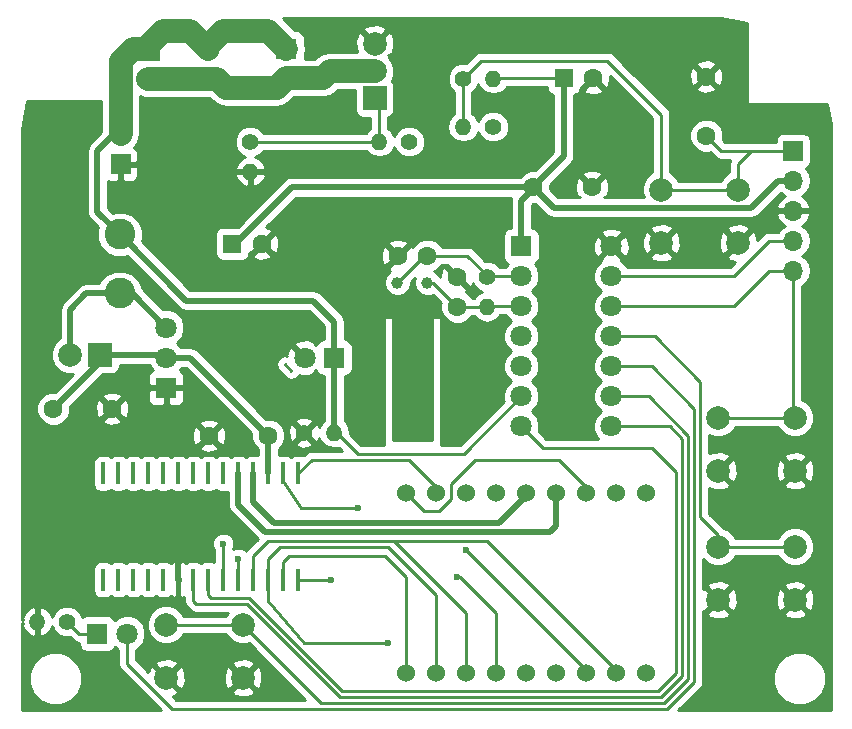
<source format=gtl>
G04 #@! TF.FileFunction,Copper,L1,Top,Signal*
%FSLAX46Y46*%
G04 Gerber Fmt 4.6, Leading zero omitted, Abs format (unit mm)*
G04 Created by KiCad (PCBNEW 4.0.7) date 06/25/18 21:51:06*
%MOMM*%
%LPD*%
G01*
G04 APERTURE LIST*
%ADD10C,0.150000*%
%ADD11C,1.524000*%
%ADD12C,1.400000*%
%ADD13O,1.400000X1.400000*%
%ADD14C,2.000000*%
%ADD15R,0.400000X1.870000*%
%ADD16R,1.800000X1.800000*%
%ADD17C,1.800000*%
%ADD18R,1.600000X1.600000*%
%ADD19C,1.600000*%
%ADD20R,2.000000X2.000000*%
%ADD21R,1.700000X1.700000*%
%ADD22O,1.700000X1.700000*%
%ADD23C,1.000000*%
%ADD24C,2.600000*%
%ADD25C,0.600000*%
%ADD26C,0.250000*%
%ADD27C,0.500000*%
%ADD28C,2.000000*%
%ADD29C,1.000000*%
%ADD30C,0.254000*%
G04 APERTURE END LIST*
D10*
D11*
X74422000Y-70866000D03*
X71882000Y-70866000D03*
X69342000Y-70866000D03*
X66802000Y-70866000D03*
X64262000Y-70866000D03*
X76962000Y-70866000D03*
X79502000Y-70866000D03*
X82042000Y-70866000D03*
X84582000Y-70866000D03*
X74422000Y-86106000D03*
X71882000Y-86106000D03*
X69342000Y-86106000D03*
X66802000Y-86106000D03*
X64262000Y-86106000D03*
X76962000Y-86106000D03*
X79502000Y-86106000D03*
X82042000Y-86106000D03*
X84582000Y-86106000D03*
D12*
X71628000Y-39878000D03*
D13*
X69088000Y-39878000D03*
D14*
X90678000Y-79938000D03*
X90678000Y-75438000D03*
X97178000Y-79938000D03*
X97178000Y-75438000D03*
D15*
X38608000Y-78232000D03*
X39878000Y-78232000D03*
X41148000Y-78232000D03*
X42418000Y-78232000D03*
X43688000Y-78232000D03*
X44958000Y-78232000D03*
X46228000Y-78232000D03*
X47498000Y-78232000D03*
X48768000Y-78232000D03*
X50038000Y-78232000D03*
X51308000Y-78232000D03*
X52578000Y-78232000D03*
X53848000Y-78232000D03*
X55118000Y-78232000D03*
X55118000Y-69232000D03*
X53848000Y-69232000D03*
X52578000Y-69232000D03*
X51308000Y-69232000D03*
X50038000Y-69232000D03*
X48768000Y-69232000D03*
X47498000Y-69232000D03*
X46228000Y-69232000D03*
X44958000Y-69232000D03*
X43688000Y-69232000D03*
X42418000Y-69232000D03*
X41148000Y-69232000D03*
X39878000Y-69232000D03*
X38608000Y-69232000D03*
D16*
X43942000Y-61976000D03*
D17*
X43942000Y-59436000D03*
X43942000Y-56896000D03*
D18*
X49530000Y-49784000D03*
D19*
X52030000Y-49784000D03*
D14*
X90678000Y-69016000D03*
X90678000Y-64516000D03*
X97178000Y-69016000D03*
X97178000Y-64516000D03*
X43942000Y-86542000D03*
X43942000Y-82042000D03*
X50442000Y-86542000D03*
X50442000Y-82042000D03*
D18*
X77597000Y-35750500D03*
D19*
X80097000Y-35750500D03*
X80000000Y-45000000D03*
X75000000Y-45000000D03*
X89662000Y-40640000D03*
X89662000Y-35640000D03*
X66040000Y-50800000D03*
X63540000Y-50800000D03*
X68580000Y-55118000D03*
X68580000Y-52618000D03*
X39370000Y-63754000D03*
X34370000Y-63754000D03*
D16*
X58166000Y-59436000D03*
D17*
X55666000Y-59436000D03*
D16*
X54102000Y-33274000D03*
D17*
X54102000Y-35774000D03*
D20*
X42418000Y-33274000D03*
D14*
X42418000Y-35814000D03*
D20*
X38354000Y-59182000D03*
D14*
X35814000Y-59182000D03*
D21*
X40068500Y-43053000D03*
D22*
X40068500Y-40513000D03*
D21*
X47498000Y-35814000D03*
D22*
X47498000Y-33274000D03*
D21*
X97028000Y-41910000D03*
D22*
X97028000Y-44450000D03*
X97028000Y-46990000D03*
X97028000Y-49530000D03*
X97028000Y-52070000D03*
D16*
X38100000Y-82804000D03*
D17*
X40640000Y-82804000D03*
D20*
X61595000Y-37465000D03*
D14*
X61595000Y-35165000D03*
X61595000Y-32865000D03*
D12*
X51054000Y-41148000D03*
D13*
X51054000Y-43688000D03*
D12*
X64516000Y-41148000D03*
D13*
X61976000Y-41148000D03*
D12*
X69088000Y-35814000D03*
D13*
X71628000Y-35814000D03*
D12*
X71120000Y-52578000D03*
D13*
X71120000Y-55118000D03*
D12*
X35560000Y-81788000D03*
D13*
X33020000Y-81788000D03*
D14*
X85852000Y-49712000D03*
X85852000Y-45212000D03*
X92352000Y-49712000D03*
X92352000Y-45212000D03*
D16*
X74000000Y-50000000D03*
D17*
X74000000Y-52540000D03*
X74000000Y-55080000D03*
X74000000Y-57620000D03*
X74000000Y-60160000D03*
X74000000Y-62700000D03*
X74000000Y-65240000D03*
X81620000Y-65240000D03*
X81620000Y-62700000D03*
X81620000Y-60160000D03*
X81620000Y-57620000D03*
X81620000Y-55080000D03*
X81620000Y-52540000D03*
X81620000Y-50000000D03*
D23*
X63500000Y-53086000D03*
X66040000Y-53086000D03*
D12*
X55626000Y-65786000D03*
D13*
X58166000Y-65786000D03*
D24*
X40000000Y-49000000D03*
X40000000Y-54000000D03*
D19*
X52578000Y-66040000D03*
X47578000Y-66040000D03*
D25*
X44958000Y-75946000D03*
X62738000Y-83566000D03*
X60198000Y-72136000D03*
X68580000Y-77978000D03*
X50038000Y-76454000D03*
X69342000Y-75692000D03*
X48768000Y-75184000D03*
X57912000Y-78232000D03*
X64516000Y-70866000D03*
D26*
X54540000Y-60540000D02*
X54000000Y-60000000D01*
X58166000Y-65786000D02*
X58362002Y-65786000D01*
X58362002Y-65786000D02*
X60140002Y-67564000D01*
X69136000Y-67564000D02*
X74000000Y-62700000D01*
X60140002Y-67564000D02*
X69136000Y-67564000D01*
D27*
X58166000Y-65786000D02*
X58166000Y-59436000D01*
D28*
X42418000Y-33274000D02*
X42418000Y-33020000D01*
X42418000Y-33020000D02*
X43688000Y-31750000D01*
X45974000Y-31750000D02*
X47498000Y-33274000D01*
X43688000Y-31750000D02*
X45974000Y-31750000D01*
X47498000Y-33274000D02*
X47498000Y-33020000D01*
X47498000Y-33020000D02*
X48768000Y-31750000D01*
X48768000Y-31750000D02*
X52578000Y-31750000D01*
X52578000Y-31750000D02*
X54102000Y-33274000D01*
X42418000Y-33274000D02*
X41148000Y-33274000D01*
X40068500Y-34353500D02*
X40068500Y-40513000D01*
X41148000Y-33274000D02*
X40068500Y-34353500D01*
D27*
X40068500Y-40513000D02*
X39497000Y-40513000D01*
X39497000Y-40513000D02*
X38100000Y-41910000D01*
X38100000Y-47100000D02*
X40000000Y-49000000D01*
X38100000Y-41910000D02*
X38100000Y-47100000D01*
X58166000Y-59436000D02*
X58166000Y-56388000D01*
X45610000Y-54610000D02*
X40000000Y-49000000D01*
X56388000Y-54610000D02*
X45610000Y-54610000D01*
X58166000Y-56388000D02*
X56388000Y-54610000D01*
D26*
X74000000Y-62700000D02*
X74206000Y-62700000D01*
D27*
X44958000Y-78232000D02*
X44958000Y-75946000D01*
X51816000Y-49784000D02*
X51816000Y-49530000D01*
X51816000Y-49784000D02*
X51816000Y-49276000D01*
D29*
X61595000Y-32865000D02*
X61376500Y-32865000D01*
D27*
X75000000Y-45000000D02*
X75000000Y-45142000D01*
X75000000Y-45142000D02*
X74000000Y-46142000D01*
X74000000Y-46142000D02*
X74000000Y-50000000D01*
X52578000Y-69232000D02*
X52578000Y-66040000D01*
X52578000Y-66040000D02*
X45974000Y-59436000D01*
X45974000Y-59436000D02*
X43942000Y-59436000D01*
X97028000Y-44450000D02*
X95758000Y-44450000D01*
X76736000Y-46736000D02*
X75000000Y-45000000D01*
X93472000Y-46736000D02*
X76736000Y-46736000D01*
X95758000Y-44450000D02*
X93472000Y-46736000D01*
D26*
X43942000Y-59436000D02*
X44704000Y-59436000D01*
D27*
X97028000Y-44450000D02*
X96774000Y-44450000D01*
X49530000Y-49784000D02*
X49784000Y-49784000D01*
X49784000Y-49784000D02*
X54568000Y-45000000D01*
X54568000Y-45000000D02*
X75000000Y-45000000D01*
X38354000Y-59182000D02*
X38354000Y-59770000D01*
X38354000Y-59770000D02*
X34370000Y-63754000D01*
X38354000Y-59182000D02*
X43688000Y-59182000D01*
X43688000Y-59182000D02*
X43942000Y-59436000D01*
D26*
X77597000Y-35750500D02*
X71691500Y-35750500D01*
X71691500Y-35750500D02*
X71628000Y-35814000D01*
D27*
X77597000Y-35750500D02*
X77597000Y-42403000D01*
X77597000Y-42403000D02*
X75000000Y-45000000D01*
D26*
X75000000Y-45000000D02*
X74845000Y-45000000D01*
X74612700Y-50000000D02*
X74000000Y-50000000D01*
D28*
X54102000Y-35774000D02*
X57190000Y-35774000D01*
X57799000Y-35165000D02*
X61595000Y-35165000D01*
X57190000Y-35774000D02*
X57799000Y-35165000D01*
X47498000Y-35814000D02*
X48260000Y-35814000D01*
X48260000Y-35814000D02*
X49022000Y-36576000D01*
X53300000Y-36576000D02*
X54102000Y-35774000D01*
X49022000Y-36576000D02*
X53300000Y-36576000D01*
X42418000Y-35814000D02*
X47498000Y-35814000D01*
D27*
X40000000Y-54000000D02*
X37186000Y-54000000D01*
X35814000Y-55372000D02*
X35814000Y-59182000D01*
X37186000Y-54000000D02*
X35814000Y-55372000D01*
X40000000Y-54000000D02*
X41046000Y-54000000D01*
X41046000Y-54000000D02*
X43942000Y-56896000D01*
D26*
X97028000Y-49530000D02*
X94996000Y-49530000D01*
X91986000Y-52540000D02*
X81620000Y-52540000D01*
X94996000Y-49530000D02*
X91986000Y-52540000D01*
X81620000Y-52540000D02*
X81920000Y-52540000D01*
X97028000Y-52070000D02*
X97028000Y-64366000D01*
D27*
X97028000Y-64366000D02*
X97178000Y-64516000D01*
D26*
X97178000Y-64516000D02*
X90678000Y-64516000D01*
X97028000Y-52070000D02*
X94996000Y-52070000D01*
X91986000Y-55080000D02*
X81620000Y-55080000D01*
X94996000Y-52070000D02*
X91986000Y-55080000D01*
X81620000Y-55080000D02*
X81813500Y-55080000D01*
X38100000Y-82804000D02*
X36576000Y-82804000D01*
X36576000Y-82804000D02*
X35560000Y-81788000D01*
X81620000Y-60160000D02*
X85052000Y-60160000D01*
X40640000Y-85344000D02*
X40640000Y-82804000D01*
X44450000Y-89154000D02*
X40640000Y-85344000D01*
X86360000Y-89154000D02*
X44450000Y-89154000D01*
X88646000Y-86868000D02*
X86360000Y-89154000D01*
X88646000Y-63754000D02*
X88646000Y-86868000D01*
X85052000Y-60160000D02*
X88646000Y-63754000D01*
X81620000Y-60160000D02*
X81620000Y-60792000D01*
X51054000Y-41148000D02*
X61976000Y-41148000D01*
X61976000Y-41148000D02*
X61976000Y-37846000D01*
X61976000Y-37846000D02*
X61595000Y-37465000D01*
X61722000Y-41402000D02*
X61976000Y-41148000D01*
X74000000Y-52540000D02*
X71158000Y-52540000D01*
X71158000Y-52540000D02*
X69418000Y-50800000D01*
X69418000Y-50800000D02*
X65786000Y-50800000D01*
X65786000Y-50800000D02*
X63500000Y-53086000D01*
X68580000Y-55118000D02*
X71120000Y-55118000D01*
X66040000Y-53086000D02*
X66548000Y-53086000D01*
X66548000Y-53086000D02*
X68580000Y-55118000D01*
X74000000Y-55080000D02*
X71158000Y-55080000D01*
X71158000Y-55080000D02*
X71120000Y-55118000D01*
X69088000Y-35814000D02*
X69088000Y-39878000D01*
X97028000Y-41910000D02*
X90932000Y-41910000D01*
X90932000Y-41910000D02*
X89662000Y-40640000D01*
X97028000Y-41910000D02*
X93472000Y-41910000D01*
X92352000Y-43030000D02*
X92352000Y-45212000D01*
X93472000Y-41910000D02*
X92352000Y-43030000D01*
X85852000Y-45212000D02*
X85852000Y-38862000D01*
X70612000Y-34290000D02*
X69088000Y-35814000D01*
X81280000Y-34290000D02*
X70612000Y-34290000D01*
X85852000Y-38862000D02*
X81280000Y-34290000D01*
X85852000Y-45212000D02*
X92352000Y-45212000D01*
X97178000Y-75438000D02*
X90678000Y-75438000D01*
X90678000Y-75438000D02*
X90678000Y-74479998D01*
X90678000Y-74479998D02*
X89154000Y-72955998D01*
X89154000Y-72955998D02*
X89154000Y-61468000D01*
X89154000Y-61468000D02*
X85306000Y-57620000D01*
X85306000Y-57620000D02*
X81620000Y-57620000D01*
X90424000Y-75438000D02*
X89916000Y-75438000D01*
X81620000Y-57620000D02*
X81620000Y-57744000D01*
X81620000Y-62700000D02*
X84798000Y-62700000D01*
X57046000Y-88646000D02*
X50442000Y-82042000D01*
X86106000Y-88646000D02*
X57046000Y-88646000D01*
X88138000Y-86614000D02*
X86106000Y-88646000D01*
X88138000Y-66040000D02*
X88138000Y-86614000D01*
X84798000Y-62700000D02*
X88138000Y-66040000D01*
X50442000Y-82042000D02*
X51054000Y-82042000D01*
X43942000Y-82042000D02*
X50442000Y-82042000D01*
X82004000Y-62700000D02*
X81620000Y-62700000D01*
X81620000Y-62700000D02*
X81750000Y-62700000D01*
X47498000Y-78232000D02*
X47498000Y-79559998D01*
X75816000Y-67056000D02*
X74000000Y-65240000D01*
X85090000Y-67056000D02*
X75816000Y-67056000D01*
X87122000Y-69088000D02*
X85090000Y-67056000D01*
X87122000Y-86106000D02*
X87122000Y-69088000D01*
X85598000Y-87630000D02*
X87122000Y-86106000D01*
X58802398Y-87630000D02*
X85598000Y-87630000D01*
X50928398Y-79756000D02*
X58802398Y-87630000D01*
X47694002Y-79756000D02*
X50928398Y-79756000D01*
X47498000Y-79559998D02*
X47694002Y-79756000D01*
X81620000Y-65240000D02*
X86576000Y-65240000D01*
X46228000Y-80010000D02*
X46228000Y-78232000D01*
X46482000Y-80264000D02*
X46228000Y-80010000D01*
X50800000Y-80264000D02*
X46482000Y-80264000D01*
X58674000Y-88138000D02*
X50800000Y-80264000D01*
X85852000Y-88138000D02*
X58674000Y-88138000D01*
X87630000Y-86360000D02*
X85852000Y-88138000D01*
X87630000Y-66294000D02*
X87630000Y-86360000D01*
X86576000Y-65240000D02*
X87630000Y-66294000D01*
X64262000Y-86106000D02*
X64262000Y-77978000D01*
X53848000Y-76708000D02*
X53848000Y-78232000D01*
X54356000Y-76200000D02*
X53848000Y-76708000D01*
X62484000Y-76200000D02*
X54356000Y-76200000D01*
X64262000Y-77978000D02*
X62484000Y-76200000D01*
X62738000Y-83566000D02*
X62230000Y-83566000D01*
X62230000Y-83566000D02*
X55626000Y-83566000D01*
X55626000Y-83566000D02*
X52578000Y-80010000D01*
X52578000Y-80010000D02*
X52578000Y-78232000D01*
X52578000Y-78232000D02*
X52578000Y-76454000D01*
X66802000Y-79502000D02*
X66802000Y-86106000D01*
X62738000Y-75438000D02*
X66802000Y-79502000D01*
X53594000Y-75438000D02*
X62738000Y-75438000D01*
X52578000Y-76454000D02*
X53594000Y-75438000D01*
X82042000Y-86106000D02*
X82042000Y-85852000D01*
X82042000Y-85852000D02*
X71120000Y-74930000D01*
X71120000Y-74930000D02*
X62992000Y-74930000D01*
X69342000Y-86106000D02*
X68891998Y-86106000D01*
X68891998Y-86106000D02*
X69342000Y-85655998D01*
X69342000Y-85655998D02*
X69342000Y-81026000D01*
X69342000Y-81026000D02*
X63246000Y-74930000D01*
X63246000Y-74930000D02*
X62992000Y-74930000D01*
X62992000Y-74930000D02*
X52578000Y-74930000D01*
X52578000Y-74930000D02*
X51308000Y-76200000D01*
X51308000Y-76200000D02*
X51308000Y-78232000D01*
X69342000Y-86106000D02*
X69342000Y-86163998D01*
X71882000Y-86106000D02*
X71882000Y-81026000D01*
X55372000Y-72136000D02*
X53848000Y-69850000D01*
X59944000Y-72136000D02*
X55372000Y-72136000D01*
X68834000Y-77978000D02*
X68580000Y-77978000D01*
X71882000Y-81026000D02*
X68834000Y-77978000D01*
X53848000Y-69850000D02*
X53848000Y-69232000D01*
X50038000Y-76454000D02*
X50038000Y-78232000D01*
X79502000Y-86106000D02*
X79502000Y-85852000D01*
X79502000Y-85852000D02*
X69342000Y-75692000D01*
X66802000Y-70866000D02*
X66802000Y-70358000D01*
X66802000Y-70358000D02*
X64516000Y-68072000D01*
X64516000Y-68072000D02*
X56278000Y-68072000D01*
X56278000Y-68072000D02*
X55118000Y-69232000D01*
X69088000Y-71120000D02*
X68834000Y-71120000D01*
X48768000Y-75184000D02*
X48768000Y-78232000D01*
X79502000Y-70866000D02*
X79502000Y-70358000D01*
X79502000Y-70358000D02*
X77216000Y-68072000D01*
X77216000Y-68072000D02*
X70104000Y-68072000D01*
X70104000Y-68072000D02*
X68072000Y-70104000D01*
X68072000Y-70104000D02*
X68072000Y-71374000D01*
X68072000Y-71374000D02*
X67056000Y-72390000D01*
X67056000Y-72390000D02*
X65786000Y-72390000D01*
X65786000Y-72390000D02*
X64262000Y-70866000D01*
X57912000Y-78232000D02*
X55118000Y-78232000D01*
D27*
X51308000Y-69232000D02*
X51308000Y-71628000D01*
X51308000Y-71628000D02*
X53086000Y-73406000D01*
X53086000Y-73406000D02*
X72136000Y-73406000D01*
X72136000Y-73406000D02*
X74422000Y-71120000D01*
D26*
X74422000Y-71120000D02*
X74422000Y-70866000D01*
D27*
X76962000Y-70866000D02*
X76962000Y-73660000D01*
X50038000Y-71882000D02*
X50038000Y-69232000D01*
X52324000Y-74168000D02*
X50038000Y-71882000D01*
X76454000Y-74168000D02*
X52324000Y-74168000D01*
X76962000Y-73660000D02*
X76454000Y-74168000D01*
D30*
G36*
X38433500Y-40324921D02*
X37474210Y-41284210D01*
X37282367Y-41571325D01*
X37282367Y-41571326D01*
X37214999Y-41910000D01*
X37215000Y-41910005D01*
X37215000Y-47099995D01*
X37214999Y-47100000D01*
X37271190Y-47382484D01*
X37282367Y-47438675D01*
X37359179Y-47553633D01*
X37474210Y-47725790D01*
X38152331Y-48403911D01*
X38065337Y-48613416D01*
X38064665Y-49383207D01*
X38358630Y-50094658D01*
X38902479Y-50639457D01*
X39613416Y-50934663D01*
X40383207Y-50935335D01*
X40595880Y-50847460D01*
X44984208Y-55235787D01*
X44984210Y-55235790D01*
X45233242Y-55402187D01*
X45271325Y-55427633D01*
X45610000Y-55495001D01*
X45610005Y-55495000D01*
X56021420Y-55495000D01*
X57281000Y-56754579D01*
X57281000Y-57888560D01*
X57266000Y-57888560D01*
X57030683Y-57932838D01*
X56814559Y-58071910D01*
X56691638Y-58251810D01*
X56681110Y-58241282D01*
X56566553Y-58355839D01*
X56480148Y-58099357D01*
X55906664Y-57889542D01*
X55296540Y-57915161D01*
X54851852Y-58099357D01*
X54765446Y-58355841D01*
X55666000Y-59256395D01*
X55680143Y-59242253D01*
X55859748Y-59421858D01*
X55845605Y-59436000D01*
X55859748Y-59450143D01*
X55680143Y-59629748D01*
X55666000Y-59615605D01*
X55651858Y-59629748D01*
X55472253Y-59450143D01*
X55486395Y-59436000D01*
X54585841Y-58535446D01*
X54329357Y-58621852D01*
X54119542Y-59195336D01*
X54122440Y-59264355D01*
X54000000Y-59240000D01*
X53709161Y-59297852D01*
X53462599Y-59462599D01*
X53297852Y-59709161D01*
X53240000Y-60000000D01*
X53297852Y-60290839D01*
X53462599Y-60537401D01*
X54002599Y-61077401D01*
X54249160Y-61242148D01*
X54540000Y-61300000D01*
X54830839Y-61242148D01*
X55077401Y-61077401D01*
X55196726Y-60898819D01*
X55425336Y-60982458D01*
X56035460Y-60956839D01*
X56480148Y-60772643D01*
X56566553Y-60516161D01*
X56681110Y-60630718D01*
X56693250Y-60618578D01*
X56801910Y-60787441D01*
X57014110Y-60932431D01*
X57266000Y-60983440D01*
X57281000Y-60983440D01*
X57281000Y-64785122D01*
X57195858Y-64842012D01*
X56906467Y-65275118D01*
X56895552Y-65329993D01*
X56797042Y-65092169D01*
X56561275Y-65030331D01*
X55805605Y-65786000D01*
X56561275Y-66541669D01*
X56797042Y-66479831D01*
X56890217Y-66215190D01*
X56906467Y-66296882D01*
X57195858Y-66729988D01*
X57628964Y-67019379D01*
X58139846Y-67121000D01*
X58192154Y-67121000D01*
X58550851Y-67049651D01*
X58813200Y-67312000D01*
X56278000Y-67312000D01*
X55987161Y-67369852D01*
X55740599Y-67534599D01*
X55572705Y-67702493D01*
X55569890Y-67700569D01*
X55318000Y-67649560D01*
X54918000Y-67649560D01*
X54682683Y-67693838D01*
X54480473Y-67823956D01*
X54299890Y-67700569D01*
X54048000Y-67649560D01*
X53648000Y-67649560D01*
X53463000Y-67684370D01*
X53463000Y-67184171D01*
X53793824Y-66853923D01*
X53848904Y-66721275D01*
X54870331Y-66721275D01*
X54932169Y-66957042D01*
X55433122Y-67133419D01*
X55963440Y-67104664D01*
X56319831Y-66957042D01*
X56381669Y-66721275D01*
X55626000Y-65965605D01*
X54870331Y-66721275D01*
X53848904Y-66721275D01*
X54012750Y-66326691D01*
X54013248Y-65755813D01*
X53946026Y-65593122D01*
X54278581Y-65593122D01*
X54307336Y-66123440D01*
X54454958Y-66479831D01*
X54690725Y-66541669D01*
X55446395Y-65786000D01*
X54690725Y-65030331D01*
X54454958Y-65092169D01*
X54278581Y-65593122D01*
X53946026Y-65593122D01*
X53795243Y-65228200D01*
X53418426Y-64850725D01*
X54870331Y-64850725D01*
X55626000Y-65606395D01*
X56381669Y-64850725D01*
X56319831Y-64614958D01*
X55818878Y-64438581D01*
X55288560Y-64467336D01*
X54932169Y-64614958D01*
X54870331Y-64850725D01*
X53418426Y-64850725D01*
X53391923Y-64824176D01*
X52864691Y-64605250D01*
X52394419Y-64604840D01*
X46599790Y-58810210D01*
X46312675Y-58618367D01*
X46256484Y-58607190D01*
X45974000Y-58550999D01*
X45973995Y-58551000D01*
X45227468Y-58551000D01*
X44842818Y-58165677D01*
X45242551Y-57766643D01*
X45476733Y-57202670D01*
X45477265Y-56592009D01*
X45244068Y-56027629D01*
X44812643Y-55595449D01*
X44248670Y-55361267D01*
X43658332Y-55360753D01*
X41935317Y-53637737D01*
X41935335Y-53616793D01*
X41641370Y-52905342D01*
X41097521Y-52360543D01*
X40386584Y-52065337D01*
X39616793Y-52064665D01*
X38905342Y-52358630D01*
X38360543Y-52902479D01*
X38272297Y-53115000D01*
X37186005Y-53115000D01*
X37186000Y-53114999D01*
X36903516Y-53171190D01*
X36847325Y-53182367D01*
X36560210Y-53374210D01*
X36560208Y-53374213D01*
X35188210Y-54746210D01*
X34996367Y-55033325D01*
X34996367Y-55033326D01*
X34928999Y-55372000D01*
X34929000Y-55372005D01*
X34929000Y-57778602D01*
X34889057Y-57795106D01*
X34428722Y-58254637D01*
X34179284Y-58855352D01*
X34178716Y-59505795D01*
X34427106Y-60106943D01*
X34886637Y-60567278D01*
X35487352Y-60816716D01*
X36055209Y-60817212D01*
X34553260Y-62319160D01*
X34085813Y-62318752D01*
X33558200Y-62536757D01*
X33154176Y-62940077D01*
X32935250Y-63467309D01*
X32934752Y-64038187D01*
X33152757Y-64565800D01*
X33556077Y-64969824D01*
X34083309Y-65188750D01*
X34654187Y-65189248D01*
X35181800Y-64971243D01*
X35391663Y-64761745D01*
X38541861Y-64761745D01*
X38615995Y-65007864D01*
X39153223Y-65200965D01*
X39723454Y-65173778D01*
X40065120Y-65032255D01*
X46749861Y-65032255D01*
X47578000Y-65860395D01*
X48406139Y-65032255D01*
X48332005Y-64786136D01*
X47794777Y-64593035D01*
X47224546Y-64620222D01*
X46823995Y-64786136D01*
X46749861Y-65032255D01*
X40065120Y-65032255D01*
X40124005Y-65007864D01*
X40198139Y-64761745D01*
X39370000Y-63933605D01*
X38541861Y-64761745D01*
X35391663Y-64761745D01*
X35585824Y-64567923D01*
X35804750Y-64040691D01*
X35805160Y-63570420D01*
X35838356Y-63537223D01*
X37923035Y-63537223D01*
X37950222Y-64107454D01*
X38116136Y-64508005D01*
X38362255Y-64582139D01*
X39190395Y-63754000D01*
X39549605Y-63754000D01*
X40377745Y-64582139D01*
X40623864Y-64508005D01*
X40816965Y-63970777D01*
X40789778Y-63400546D01*
X40623864Y-62999995D01*
X40377745Y-62925861D01*
X39549605Y-63754000D01*
X39190395Y-63754000D01*
X38362255Y-62925861D01*
X38116136Y-62999995D01*
X37923035Y-63537223D01*
X35838356Y-63537223D01*
X36629324Y-62746255D01*
X38541861Y-62746255D01*
X39370000Y-63574395D01*
X40198139Y-62746255D01*
X40124005Y-62500136D01*
X39586777Y-62307035D01*
X39016546Y-62334222D01*
X38615995Y-62500136D01*
X38541861Y-62746255D01*
X36629324Y-62746255D01*
X37113829Y-62261750D01*
X42407000Y-62261750D01*
X42407000Y-63002310D01*
X42503673Y-63235699D01*
X42682302Y-63414327D01*
X42915691Y-63511000D01*
X43656250Y-63511000D01*
X43815000Y-63352250D01*
X43815000Y-62103000D01*
X44069000Y-62103000D01*
X44069000Y-63352250D01*
X44227750Y-63511000D01*
X44968309Y-63511000D01*
X45201698Y-63414327D01*
X45380327Y-63235699D01*
X45477000Y-63002310D01*
X45477000Y-62261750D01*
X45318250Y-62103000D01*
X44069000Y-62103000D01*
X43815000Y-62103000D01*
X42565750Y-62103000D01*
X42407000Y-62261750D01*
X37113829Y-62261750D01*
X38546139Y-60829440D01*
X39354000Y-60829440D01*
X39589317Y-60785162D01*
X39805441Y-60646090D01*
X39950431Y-60433890D01*
X40001440Y-60182000D01*
X40001440Y-60067000D01*
X42541852Y-60067000D01*
X42639932Y-60304371D01*
X42817092Y-60481841D01*
X42682302Y-60537673D01*
X42503673Y-60716301D01*
X42407000Y-60949690D01*
X42407000Y-61690250D01*
X42565750Y-61849000D01*
X43815000Y-61849000D01*
X43815000Y-61829000D01*
X44069000Y-61829000D01*
X44069000Y-61849000D01*
X45318250Y-61849000D01*
X45477000Y-61690250D01*
X45477000Y-60949690D01*
X45380327Y-60716301D01*
X45201698Y-60537673D01*
X45067006Y-60481882D01*
X45228169Y-60321000D01*
X45607420Y-60321000D01*
X51143160Y-65856739D01*
X51142752Y-66324187D01*
X51360757Y-66851800D01*
X51693000Y-67184623D01*
X51693000Y-67687023D01*
X51508000Y-67649560D01*
X51108000Y-67649560D01*
X50872683Y-67693838D01*
X50670473Y-67823956D01*
X50489890Y-67700569D01*
X50238000Y-67649560D01*
X49838000Y-67649560D01*
X49602683Y-67693838D01*
X49400473Y-67823956D01*
X49219890Y-67700569D01*
X48968000Y-67649560D01*
X48568000Y-67649560D01*
X48332683Y-67693838D01*
X48130473Y-67823956D01*
X47949890Y-67700569D01*
X47698000Y-67649560D01*
X47298000Y-67649560D01*
X47062683Y-67693838D01*
X46860473Y-67823956D01*
X46679890Y-67700569D01*
X46428000Y-67649560D01*
X46028000Y-67649560D01*
X45792683Y-67693838D01*
X45590473Y-67823956D01*
X45409890Y-67700569D01*
X45158000Y-67649560D01*
X44758000Y-67649560D01*
X44522683Y-67693838D01*
X44320473Y-67823956D01*
X44139890Y-67700569D01*
X43888000Y-67649560D01*
X43488000Y-67649560D01*
X43252683Y-67693838D01*
X43050473Y-67823956D01*
X42869890Y-67700569D01*
X42618000Y-67649560D01*
X42218000Y-67649560D01*
X41982683Y-67693838D01*
X41780473Y-67823956D01*
X41599890Y-67700569D01*
X41348000Y-67649560D01*
X40948000Y-67649560D01*
X40712683Y-67693838D01*
X40510473Y-67823956D01*
X40329890Y-67700569D01*
X40078000Y-67649560D01*
X39678000Y-67649560D01*
X39442683Y-67693838D01*
X39240473Y-67823956D01*
X39059890Y-67700569D01*
X38808000Y-67649560D01*
X38408000Y-67649560D01*
X38172683Y-67693838D01*
X37956559Y-67832910D01*
X37811569Y-68045110D01*
X37760560Y-68297000D01*
X37760560Y-70167000D01*
X37804838Y-70402317D01*
X37943910Y-70618441D01*
X38156110Y-70763431D01*
X38408000Y-70814440D01*
X38808000Y-70814440D01*
X39043317Y-70770162D01*
X39245527Y-70640044D01*
X39426110Y-70763431D01*
X39678000Y-70814440D01*
X40078000Y-70814440D01*
X40313317Y-70770162D01*
X40515527Y-70640044D01*
X40696110Y-70763431D01*
X40948000Y-70814440D01*
X41348000Y-70814440D01*
X41583317Y-70770162D01*
X41785527Y-70640044D01*
X41966110Y-70763431D01*
X42218000Y-70814440D01*
X42618000Y-70814440D01*
X42853317Y-70770162D01*
X43055527Y-70640044D01*
X43236110Y-70763431D01*
X43488000Y-70814440D01*
X43888000Y-70814440D01*
X44123317Y-70770162D01*
X44325527Y-70640044D01*
X44506110Y-70763431D01*
X44758000Y-70814440D01*
X45158000Y-70814440D01*
X45393317Y-70770162D01*
X45595527Y-70640044D01*
X45776110Y-70763431D01*
X46028000Y-70814440D01*
X46428000Y-70814440D01*
X46663317Y-70770162D01*
X46865527Y-70640044D01*
X47046110Y-70763431D01*
X47298000Y-70814440D01*
X47698000Y-70814440D01*
X47933317Y-70770162D01*
X48135527Y-70640044D01*
X48316110Y-70763431D01*
X48568000Y-70814440D01*
X48968000Y-70814440D01*
X49153000Y-70779630D01*
X49153000Y-71881995D01*
X49152999Y-71882000D01*
X49196196Y-72099160D01*
X49220367Y-72220675D01*
X49358121Y-72426839D01*
X49412210Y-72507790D01*
X51668809Y-74764389D01*
X50770599Y-75662599D01*
X50689812Y-75783505D01*
X50568327Y-75661808D01*
X50224799Y-75519162D01*
X49852833Y-75518838D01*
X49597570Y-75624310D01*
X49702838Y-75370799D01*
X49703162Y-74998833D01*
X49561117Y-74655057D01*
X49298327Y-74391808D01*
X48954799Y-74249162D01*
X48582833Y-74248838D01*
X48239057Y-74390883D01*
X47975808Y-74653673D01*
X47833162Y-74997201D01*
X47832838Y-75369167D01*
X47974883Y-75712943D01*
X48008000Y-75746118D01*
X48008000Y-76740274D01*
X47949890Y-76700569D01*
X47698000Y-76649560D01*
X47298000Y-76649560D01*
X47062683Y-76693838D01*
X46860473Y-76823956D01*
X46679890Y-76700569D01*
X46428000Y-76649560D01*
X46028000Y-76649560D01*
X45792683Y-76693838D01*
X45585915Y-76826890D01*
X45517699Y-76758673D01*
X45284310Y-76662000D01*
X45216750Y-76662000D01*
X45058000Y-76820750D01*
X45058000Y-78105000D01*
X45105000Y-78105000D01*
X45105000Y-78359000D01*
X45058000Y-78359000D01*
X45058000Y-79643250D01*
X45216750Y-79802000D01*
X45284310Y-79802000D01*
X45468000Y-79725913D01*
X45468000Y-80010000D01*
X45525852Y-80300839D01*
X45690599Y-80547401D01*
X45944599Y-80801401D01*
X46191160Y-80966148D01*
X46482000Y-81024000D01*
X49147518Y-81024000D01*
X49056722Y-81114637D01*
X48987227Y-81282000D01*
X45397047Y-81282000D01*
X45328894Y-81117057D01*
X44869363Y-80656722D01*
X44268648Y-80407284D01*
X43618205Y-80406716D01*
X43017057Y-80655106D01*
X42556722Y-81114637D01*
X42307284Y-81715352D01*
X42306716Y-82365795D01*
X42555106Y-82966943D01*
X43014637Y-83427278D01*
X43615352Y-83676716D01*
X44265795Y-83677284D01*
X44866943Y-83428894D01*
X45327278Y-82969363D01*
X45396773Y-82802000D01*
X48986953Y-82802000D01*
X49055106Y-82966943D01*
X49514637Y-83427278D01*
X50115352Y-83676716D01*
X50765795Y-83677284D01*
X50933279Y-83608081D01*
X55719198Y-88394000D01*
X44764802Y-88394000D01*
X44473971Y-88103169D01*
X44816264Y-87961387D01*
X44914927Y-87694532D01*
X49469073Y-87694532D01*
X49567736Y-87961387D01*
X50177461Y-88187908D01*
X50827460Y-88163856D01*
X51316264Y-87961387D01*
X51414927Y-87694532D01*
X50442000Y-86721605D01*
X49469073Y-87694532D01*
X44914927Y-87694532D01*
X43942000Y-86721605D01*
X43927858Y-86735748D01*
X43748253Y-86556143D01*
X43762395Y-86542000D01*
X44121605Y-86542000D01*
X45094532Y-87514927D01*
X45361387Y-87416264D01*
X45587908Y-86806539D01*
X45568331Y-86277461D01*
X48796092Y-86277461D01*
X48820144Y-86927460D01*
X49022613Y-87416264D01*
X49289468Y-87514927D01*
X50262395Y-86542000D01*
X50621605Y-86542000D01*
X51594532Y-87514927D01*
X51861387Y-87416264D01*
X52087908Y-86806539D01*
X52063856Y-86156540D01*
X51861387Y-85667736D01*
X51594532Y-85569073D01*
X50621605Y-86542000D01*
X50262395Y-86542000D01*
X49289468Y-85569073D01*
X49022613Y-85667736D01*
X48796092Y-86277461D01*
X45568331Y-86277461D01*
X45563856Y-86156540D01*
X45361387Y-85667736D01*
X45094532Y-85569073D01*
X44121605Y-86542000D01*
X43762395Y-86542000D01*
X42789468Y-85569073D01*
X42522613Y-85667736D01*
X42391488Y-86020686D01*
X41760270Y-85389468D01*
X42969073Y-85389468D01*
X43942000Y-86362395D01*
X44914927Y-85389468D01*
X49469073Y-85389468D01*
X50442000Y-86362395D01*
X51414927Y-85389468D01*
X51316264Y-85122613D01*
X50706539Y-84896092D01*
X50056540Y-84920144D01*
X49567736Y-85122613D01*
X49469073Y-85389468D01*
X44914927Y-85389468D01*
X44816264Y-85122613D01*
X44206539Y-84896092D01*
X43556540Y-84920144D01*
X43067736Y-85122613D01*
X42969073Y-85389468D01*
X41760270Y-85389468D01*
X41400000Y-85029198D01*
X41400000Y-84150846D01*
X41508371Y-84106068D01*
X41940551Y-83674643D01*
X42174733Y-83110670D01*
X42175265Y-82500009D01*
X41942068Y-81935629D01*
X41510643Y-81503449D01*
X40946670Y-81269267D01*
X40336009Y-81268735D01*
X39771629Y-81501932D01*
X39603387Y-81669880D01*
X39603162Y-81668683D01*
X39464090Y-81452559D01*
X39251890Y-81307569D01*
X39000000Y-81256560D01*
X37200000Y-81256560D01*
X36964683Y-81300838D01*
X36837102Y-81382934D01*
X36692418Y-81032771D01*
X36317204Y-80656902D01*
X35826713Y-80453232D01*
X35295617Y-80452769D01*
X34804771Y-80655582D01*
X34428902Y-81030796D01*
X34282843Y-81382545D01*
X34169797Y-81109604D01*
X33822663Y-80721236D01*
X33353331Y-80495273D01*
X33147000Y-80617794D01*
X33147000Y-81661000D01*
X33167000Y-81661000D01*
X33167000Y-81915000D01*
X33147000Y-81915000D01*
X33147000Y-82958206D01*
X33353331Y-83080727D01*
X33822663Y-82854764D01*
X34169797Y-82466396D01*
X34282951Y-82193194D01*
X34427582Y-82543229D01*
X34802796Y-82919098D01*
X35293287Y-83122768D01*
X35820426Y-83123228D01*
X36038599Y-83341401D01*
X36285161Y-83506148D01*
X36552560Y-83559337D01*
X36552560Y-83704000D01*
X36596838Y-83939317D01*
X36735910Y-84155441D01*
X36948110Y-84300431D01*
X37200000Y-84351440D01*
X39000000Y-84351440D01*
X39235317Y-84307162D01*
X39451441Y-84168090D01*
X39596431Y-83955890D01*
X39600567Y-83935466D01*
X39769357Y-84104551D01*
X39880000Y-84150494D01*
X39880000Y-85344000D01*
X39937852Y-85634839D01*
X40102599Y-85881401D01*
X43502198Y-89281000D01*
X31710000Y-89281000D01*
X31710000Y-87056619D01*
X32308613Y-87056619D01*
X32648155Y-87878372D01*
X33276321Y-88507636D01*
X34097481Y-88848611D01*
X34986619Y-88849387D01*
X35808372Y-88509845D01*
X36437636Y-87881679D01*
X36778611Y-87060519D01*
X36779387Y-86171381D01*
X36439845Y-85349628D01*
X35811679Y-84720364D01*
X34990519Y-84379389D01*
X34101381Y-84378613D01*
X33279628Y-84718155D01*
X32650364Y-85346321D01*
X32309389Y-86167481D01*
X32308613Y-87056619D01*
X31710000Y-87056619D01*
X31710000Y-81915002D01*
X31850625Y-81915002D01*
X31727284Y-82121329D01*
X31870203Y-82466396D01*
X32217337Y-82854764D01*
X32686669Y-83080727D01*
X32893000Y-82958206D01*
X32893000Y-81915000D01*
X32873000Y-81915000D01*
X32873000Y-81661000D01*
X32893000Y-81661000D01*
X32893000Y-80617794D01*
X32686669Y-80495273D01*
X32217337Y-80721236D01*
X31870203Y-81109604D01*
X31727284Y-81454671D01*
X31850625Y-81660998D01*
X31710000Y-81660998D01*
X31710000Y-77297000D01*
X37760560Y-77297000D01*
X37760560Y-79167000D01*
X37804838Y-79402317D01*
X37943910Y-79618441D01*
X38156110Y-79763431D01*
X38408000Y-79814440D01*
X38808000Y-79814440D01*
X39043317Y-79770162D01*
X39245527Y-79640044D01*
X39426110Y-79763431D01*
X39678000Y-79814440D01*
X40078000Y-79814440D01*
X40313317Y-79770162D01*
X40515527Y-79640044D01*
X40696110Y-79763431D01*
X40948000Y-79814440D01*
X41348000Y-79814440D01*
X41583317Y-79770162D01*
X41785527Y-79640044D01*
X41966110Y-79763431D01*
X42218000Y-79814440D01*
X42618000Y-79814440D01*
X42853317Y-79770162D01*
X43055527Y-79640044D01*
X43236110Y-79763431D01*
X43488000Y-79814440D01*
X43888000Y-79814440D01*
X44123317Y-79770162D01*
X44330085Y-79637110D01*
X44398301Y-79705327D01*
X44631690Y-79802000D01*
X44699250Y-79802000D01*
X44858000Y-79643250D01*
X44858000Y-78359000D01*
X44811000Y-78359000D01*
X44811000Y-78105000D01*
X44858000Y-78105000D01*
X44858000Y-76820750D01*
X44699250Y-76662000D01*
X44631690Y-76662000D01*
X44398301Y-76758673D01*
X44327926Y-76829048D01*
X44139890Y-76700569D01*
X43888000Y-76649560D01*
X43488000Y-76649560D01*
X43252683Y-76693838D01*
X43050473Y-76823956D01*
X42869890Y-76700569D01*
X42618000Y-76649560D01*
X42218000Y-76649560D01*
X41982683Y-76693838D01*
X41780473Y-76823956D01*
X41599890Y-76700569D01*
X41348000Y-76649560D01*
X40948000Y-76649560D01*
X40712683Y-76693838D01*
X40510473Y-76823956D01*
X40329890Y-76700569D01*
X40078000Y-76649560D01*
X39678000Y-76649560D01*
X39442683Y-76693838D01*
X39240473Y-76823956D01*
X39059890Y-76700569D01*
X38808000Y-76649560D01*
X38408000Y-76649560D01*
X38172683Y-76693838D01*
X37956559Y-76832910D01*
X37811569Y-77045110D01*
X37760560Y-77297000D01*
X31710000Y-77297000D01*
X31710000Y-67047745D01*
X46749861Y-67047745D01*
X46823995Y-67293864D01*
X47361223Y-67486965D01*
X47931454Y-67459778D01*
X48332005Y-67293864D01*
X48406139Y-67047745D01*
X47578000Y-66219605D01*
X46749861Y-67047745D01*
X31710000Y-67047745D01*
X31710000Y-65823223D01*
X46131035Y-65823223D01*
X46158222Y-66393454D01*
X46324136Y-66794005D01*
X46570255Y-66868139D01*
X47398395Y-66040000D01*
X47757605Y-66040000D01*
X48585745Y-66868139D01*
X48831864Y-66794005D01*
X49024965Y-66256777D01*
X48997778Y-65686546D01*
X48831864Y-65285995D01*
X48585745Y-65211861D01*
X47757605Y-66040000D01*
X47398395Y-66040000D01*
X46570255Y-65211861D01*
X46324136Y-65285995D01*
X46131035Y-65823223D01*
X31710000Y-65823223D01*
X31710000Y-40069931D01*
X32177629Y-37719000D01*
X38433500Y-37719000D01*
X38433500Y-40324921D01*
X38433500Y-40324921D01*
G37*
X38433500Y-40324921D02*
X37474210Y-41284210D01*
X37282367Y-41571325D01*
X37282367Y-41571326D01*
X37214999Y-41910000D01*
X37215000Y-41910005D01*
X37215000Y-47099995D01*
X37214999Y-47100000D01*
X37271190Y-47382484D01*
X37282367Y-47438675D01*
X37359179Y-47553633D01*
X37474210Y-47725790D01*
X38152331Y-48403911D01*
X38065337Y-48613416D01*
X38064665Y-49383207D01*
X38358630Y-50094658D01*
X38902479Y-50639457D01*
X39613416Y-50934663D01*
X40383207Y-50935335D01*
X40595880Y-50847460D01*
X44984208Y-55235787D01*
X44984210Y-55235790D01*
X45233242Y-55402187D01*
X45271325Y-55427633D01*
X45610000Y-55495001D01*
X45610005Y-55495000D01*
X56021420Y-55495000D01*
X57281000Y-56754579D01*
X57281000Y-57888560D01*
X57266000Y-57888560D01*
X57030683Y-57932838D01*
X56814559Y-58071910D01*
X56691638Y-58251810D01*
X56681110Y-58241282D01*
X56566553Y-58355839D01*
X56480148Y-58099357D01*
X55906664Y-57889542D01*
X55296540Y-57915161D01*
X54851852Y-58099357D01*
X54765446Y-58355841D01*
X55666000Y-59256395D01*
X55680143Y-59242253D01*
X55859748Y-59421858D01*
X55845605Y-59436000D01*
X55859748Y-59450143D01*
X55680143Y-59629748D01*
X55666000Y-59615605D01*
X55651858Y-59629748D01*
X55472253Y-59450143D01*
X55486395Y-59436000D01*
X54585841Y-58535446D01*
X54329357Y-58621852D01*
X54119542Y-59195336D01*
X54122440Y-59264355D01*
X54000000Y-59240000D01*
X53709161Y-59297852D01*
X53462599Y-59462599D01*
X53297852Y-59709161D01*
X53240000Y-60000000D01*
X53297852Y-60290839D01*
X53462599Y-60537401D01*
X54002599Y-61077401D01*
X54249160Y-61242148D01*
X54540000Y-61300000D01*
X54830839Y-61242148D01*
X55077401Y-61077401D01*
X55196726Y-60898819D01*
X55425336Y-60982458D01*
X56035460Y-60956839D01*
X56480148Y-60772643D01*
X56566553Y-60516161D01*
X56681110Y-60630718D01*
X56693250Y-60618578D01*
X56801910Y-60787441D01*
X57014110Y-60932431D01*
X57266000Y-60983440D01*
X57281000Y-60983440D01*
X57281000Y-64785122D01*
X57195858Y-64842012D01*
X56906467Y-65275118D01*
X56895552Y-65329993D01*
X56797042Y-65092169D01*
X56561275Y-65030331D01*
X55805605Y-65786000D01*
X56561275Y-66541669D01*
X56797042Y-66479831D01*
X56890217Y-66215190D01*
X56906467Y-66296882D01*
X57195858Y-66729988D01*
X57628964Y-67019379D01*
X58139846Y-67121000D01*
X58192154Y-67121000D01*
X58550851Y-67049651D01*
X58813200Y-67312000D01*
X56278000Y-67312000D01*
X55987161Y-67369852D01*
X55740599Y-67534599D01*
X55572705Y-67702493D01*
X55569890Y-67700569D01*
X55318000Y-67649560D01*
X54918000Y-67649560D01*
X54682683Y-67693838D01*
X54480473Y-67823956D01*
X54299890Y-67700569D01*
X54048000Y-67649560D01*
X53648000Y-67649560D01*
X53463000Y-67684370D01*
X53463000Y-67184171D01*
X53793824Y-66853923D01*
X53848904Y-66721275D01*
X54870331Y-66721275D01*
X54932169Y-66957042D01*
X55433122Y-67133419D01*
X55963440Y-67104664D01*
X56319831Y-66957042D01*
X56381669Y-66721275D01*
X55626000Y-65965605D01*
X54870331Y-66721275D01*
X53848904Y-66721275D01*
X54012750Y-66326691D01*
X54013248Y-65755813D01*
X53946026Y-65593122D01*
X54278581Y-65593122D01*
X54307336Y-66123440D01*
X54454958Y-66479831D01*
X54690725Y-66541669D01*
X55446395Y-65786000D01*
X54690725Y-65030331D01*
X54454958Y-65092169D01*
X54278581Y-65593122D01*
X53946026Y-65593122D01*
X53795243Y-65228200D01*
X53418426Y-64850725D01*
X54870331Y-64850725D01*
X55626000Y-65606395D01*
X56381669Y-64850725D01*
X56319831Y-64614958D01*
X55818878Y-64438581D01*
X55288560Y-64467336D01*
X54932169Y-64614958D01*
X54870331Y-64850725D01*
X53418426Y-64850725D01*
X53391923Y-64824176D01*
X52864691Y-64605250D01*
X52394419Y-64604840D01*
X46599790Y-58810210D01*
X46312675Y-58618367D01*
X46256484Y-58607190D01*
X45974000Y-58550999D01*
X45973995Y-58551000D01*
X45227468Y-58551000D01*
X44842818Y-58165677D01*
X45242551Y-57766643D01*
X45476733Y-57202670D01*
X45477265Y-56592009D01*
X45244068Y-56027629D01*
X44812643Y-55595449D01*
X44248670Y-55361267D01*
X43658332Y-55360753D01*
X41935317Y-53637737D01*
X41935335Y-53616793D01*
X41641370Y-52905342D01*
X41097521Y-52360543D01*
X40386584Y-52065337D01*
X39616793Y-52064665D01*
X38905342Y-52358630D01*
X38360543Y-52902479D01*
X38272297Y-53115000D01*
X37186005Y-53115000D01*
X37186000Y-53114999D01*
X36903516Y-53171190D01*
X36847325Y-53182367D01*
X36560210Y-53374210D01*
X36560208Y-53374213D01*
X35188210Y-54746210D01*
X34996367Y-55033325D01*
X34996367Y-55033326D01*
X34928999Y-55372000D01*
X34929000Y-55372005D01*
X34929000Y-57778602D01*
X34889057Y-57795106D01*
X34428722Y-58254637D01*
X34179284Y-58855352D01*
X34178716Y-59505795D01*
X34427106Y-60106943D01*
X34886637Y-60567278D01*
X35487352Y-60816716D01*
X36055209Y-60817212D01*
X34553260Y-62319160D01*
X34085813Y-62318752D01*
X33558200Y-62536757D01*
X33154176Y-62940077D01*
X32935250Y-63467309D01*
X32934752Y-64038187D01*
X33152757Y-64565800D01*
X33556077Y-64969824D01*
X34083309Y-65188750D01*
X34654187Y-65189248D01*
X35181800Y-64971243D01*
X35391663Y-64761745D01*
X38541861Y-64761745D01*
X38615995Y-65007864D01*
X39153223Y-65200965D01*
X39723454Y-65173778D01*
X40065120Y-65032255D01*
X46749861Y-65032255D01*
X47578000Y-65860395D01*
X48406139Y-65032255D01*
X48332005Y-64786136D01*
X47794777Y-64593035D01*
X47224546Y-64620222D01*
X46823995Y-64786136D01*
X46749861Y-65032255D01*
X40065120Y-65032255D01*
X40124005Y-65007864D01*
X40198139Y-64761745D01*
X39370000Y-63933605D01*
X38541861Y-64761745D01*
X35391663Y-64761745D01*
X35585824Y-64567923D01*
X35804750Y-64040691D01*
X35805160Y-63570420D01*
X35838356Y-63537223D01*
X37923035Y-63537223D01*
X37950222Y-64107454D01*
X38116136Y-64508005D01*
X38362255Y-64582139D01*
X39190395Y-63754000D01*
X39549605Y-63754000D01*
X40377745Y-64582139D01*
X40623864Y-64508005D01*
X40816965Y-63970777D01*
X40789778Y-63400546D01*
X40623864Y-62999995D01*
X40377745Y-62925861D01*
X39549605Y-63754000D01*
X39190395Y-63754000D01*
X38362255Y-62925861D01*
X38116136Y-62999995D01*
X37923035Y-63537223D01*
X35838356Y-63537223D01*
X36629324Y-62746255D01*
X38541861Y-62746255D01*
X39370000Y-63574395D01*
X40198139Y-62746255D01*
X40124005Y-62500136D01*
X39586777Y-62307035D01*
X39016546Y-62334222D01*
X38615995Y-62500136D01*
X38541861Y-62746255D01*
X36629324Y-62746255D01*
X37113829Y-62261750D01*
X42407000Y-62261750D01*
X42407000Y-63002310D01*
X42503673Y-63235699D01*
X42682302Y-63414327D01*
X42915691Y-63511000D01*
X43656250Y-63511000D01*
X43815000Y-63352250D01*
X43815000Y-62103000D01*
X44069000Y-62103000D01*
X44069000Y-63352250D01*
X44227750Y-63511000D01*
X44968309Y-63511000D01*
X45201698Y-63414327D01*
X45380327Y-63235699D01*
X45477000Y-63002310D01*
X45477000Y-62261750D01*
X45318250Y-62103000D01*
X44069000Y-62103000D01*
X43815000Y-62103000D01*
X42565750Y-62103000D01*
X42407000Y-62261750D01*
X37113829Y-62261750D01*
X38546139Y-60829440D01*
X39354000Y-60829440D01*
X39589317Y-60785162D01*
X39805441Y-60646090D01*
X39950431Y-60433890D01*
X40001440Y-60182000D01*
X40001440Y-60067000D01*
X42541852Y-60067000D01*
X42639932Y-60304371D01*
X42817092Y-60481841D01*
X42682302Y-60537673D01*
X42503673Y-60716301D01*
X42407000Y-60949690D01*
X42407000Y-61690250D01*
X42565750Y-61849000D01*
X43815000Y-61849000D01*
X43815000Y-61829000D01*
X44069000Y-61829000D01*
X44069000Y-61849000D01*
X45318250Y-61849000D01*
X45477000Y-61690250D01*
X45477000Y-60949690D01*
X45380327Y-60716301D01*
X45201698Y-60537673D01*
X45067006Y-60481882D01*
X45228169Y-60321000D01*
X45607420Y-60321000D01*
X51143160Y-65856739D01*
X51142752Y-66324187D01*
X51360757Y-66851800D01*
X51693000Y-67184623D01*
X51693000Y-67687023D01*
X51508000Y-67649560D01*
X51108000Y-67649560D01*
X50872683Y-67693838D01*
X50670473Y-67823956D01*
X50489890Y-67700569D01*
X50238000Y-67649560D01*
X49838000Y-67649560D01*
X49602683Y-67693838D01*
X49400473Y-67823956D01*
X49219890Y-67700569D01*
X48968000Y-67649560D01*
X48568000Y-67649560D01*
X48332683Y-67693838D01*
X48130473Y-67823956D01*
X47949890Y-67700569D01*
X47698000Y-67649560D01*
X47298000Y-67649560D01*
X47062683Y-67693838D01*
X46860473Y-67823956D01*
X46679890Y-67700569D01*
X46428000Y-67649560D01*
X46028000Y-67649560D01*
X45792683Y-67693838D01*
X45590473Y-67823956D01*
X45409890Y-67700569D01*
X45158000Y-67649560D01*
X44758000Y-67649560D01*
X44522683Y-67693838D01*
X44320473Y-67823956D01*
X44139890Y-67700569D01*
X43888000Y-67649560D01*
X43488000Y-67649560D01*
X43252683Y-67693838D01*
X43050473Y-67823956D01*
X42869890Y-67700569D01*
X42618000Y-67649560D01*
X42218000Y-67649560D01*
X41982683Y-67693838D01*
X41780473Y-67823956D01*
X41599890Y-67700569D01*
X41348000Y-67649560D01*
X40948000Y-67649560D01*
X40712683Y-67693838D01*
X40510473Y-67823956D01*
X40329890Y-67700569D01*
X40078000Y-67649560D01*
X39678000Y-67649560D01*
X39442683Y-67693838D01*
X39240473Y-67823956D01*
X39059890Y-67700569D01*
X38808000Y-67649560D01*
X38408000Y-67649560D01*
X38172683Y-67693838D01*
X37956559Y-67832910D01*
X37811569Y-68045110D01*
X37760560Y-68297000D01*
X37760560Y-70167000D01*
X37804838Y-70402317D01*
X37943910Y-70618441D01*
X38156110Y-70763431D01*
X38408000Y-70814440D01*
X38808000Y-70814440D01*
X39043317Y-70770162D01*
X39245527Y-70640044D01*
X39426110Y-70763431D01*
X39678000Y-70814440D01*
X40078000Y-70814440D01*
X40313317Y-70770162D01*
X40515527Y-70640044D01*
X40696110Y-70763431D01*
X40948000Y-70814440D01*
X41348000Y-70814440D01*
X41583317Y-70770162D01*
X41785527Y-70640044D01*
X41966110Y-70763431D01*
X42218000Y-70814440D01*
X42618000Y-70814440D01*
X42853317Y-70770162D01*
X43055527Y-70640044D01*
X43236110Y-70763431D01*
X43488000Y-70814440D01*
X43888000Y-70814440D01*
X44123317Y-70770162D01*
X44325527Y-70640044D01*
X44506110Y-70763431D01*
X44758000Y-70814440D01*
X45158000Y-70814440D01*
X45393317Y-70770162D01*
X45595527Y-70640044D01*
X45776110Y-70763431D01*
X46028000Y-70814440D01*
X46428000Y-70814440D01*
X46663317Y-70770162D01*
X46865527Y-70640044D01*
X47046110Y-70763431D01*
X47298000Y-70814440D01*
X47698000Y-70814440D01*
X47933317Y-70770162D01*
X48135527Y-70640044D01*
X48316110Y-70763431D01*
X48568000Y-70814440D01*
X48968000Y-70814440D01*
X49153000Y-70779630D01*
X49153000Y-71881995D01*
X49152999Y-71882000D01*
X49196196Y-72099160D01*
X49220367Y-72220675D01*
X49358121Y-72426839D01*
X49412210Y-72507790D01*
X51668809Y-74764389D01*
X50770599Y-75662599D01*
X50689812Y-75783505D01*
X50568327Y-75661808D01*
X50224799Y-75519162D01*
X49852833Y-75518838D01*
X49597570Y-75624310D01*
X49702838Y-75370799D01*
X49703162Y-74998833D01*
X49561117Y-74655057D01*
X49298327Y-74391808D01*
X48954799Y-74249162D01*
X48582833Y-74248838D01*
X48239057Y-74390883D01*
X47975808Y-74653673D01*
X47833162Y-74997201D01*
X47832838Y-75369167D01*
X47974883Y-75712943D01*
X48008000Y-75746118D01*
X48008000Y-76740274D01*
X47949890Y-76700569D01*
X47698000Y-76649560D01*
X47298000Y-76649560D01*
X47062683Y-76693838D01*
X46860473Y-76823956D01*
X46679890Y-76700569D01*
X46428000Y-76649560D01*
X46028000Y-76649560D01*
X45792683Y-76693838D01*
X45585915Y-76826890D01*
X45517699Y-76758673D01*
X45284310Y-76662000D01*
X45216750Y-76662000D01*
X45058000Y-76820750D01*
X45058000Y-78105000D01*
X45105000Y-78105000D01*
X45105000Y-78359000D01*
X45058000Y-78359000D01*
X45058000Y-79643250D01*
X45216750Y-79802000D01*
X45284310Y-79802000D01*
X45468000Y-79725913D01*
X45468000Y-80010000D01*
X45525852Y-80300839D01*
X45690599Y-80547401D01*
X45944599Y-80801401D01*
X46191160Y-80966148D01*
X46482000Y-81024000D01*
X49147518Y-81024000D01*
X49056722Y-81114637D01*
X48987227Y-81282000D01*
X45397047Y-81282000D01*
X45328894Y-81117057D01*
X44869363Y-80656722D01*
X44268648Y-80407284D01*
X43618205Y-80406716D01*
X43017057Y-80655106D01*
X42556722Y-81114637D01*
X42307284Y-81715352D01*
X42306716Y-82365795D01*
X42555106Y-82966943D01*
X43014637Y-83427278D01*
X43615352Y-83676716D01*
X44265795Y-83677284D01*
X44866943Y-83428894D01*
X45327278Y-82969363D01*
X45396773Y-82802000D01*
X48986953Y-82802000D01*
X49055106Y-82966943D01*
X49514637Y-83427278D01*
X50115352Y-83676716D01*
X50765795Y-83677284D01*
X50933279Y-83608081D01*
X55719198Y-88394000D01*
X44764802Y-88394000D01*
X44473971Y-88103169D01*
X44816264Y-87961387D01*
X44914927Y-87694532D01*
X49469073Y-87694532D01*
X49567736Y-87961387D01*
X50177461Y-88187908D01*
X50827460Y-88163856D01*
X51316264Y-87961387D01*
X51414927Y-87694532D01*
X50442000Y-86721605D01*
X49469073Y-87694532D01*
X44914927Y-87694532D01*
X43942000Y-86721605D01*
X43927858Y-86735748D01*
X43748253Y-86556143D01*
X43762395Y-86542000D01*
X44121605Y-86542000D01*
X45094532Y-87514927D01*
X45361387Y-87416264D01*
X45587908Y-86806539D01*
X45568331Y-86277461D01*
X48796092Y-86277461D01*
X48820144Y-86927460D01*
X49022613Y-87416264D01*
X49289468Y-87514927D01*
X50262395Y-86542000D01*
X50621605Y-86542000D01*
X51594532Y-87514927D01*
X51861387Y-87416264D01*
X52087908Y-86806539D01*
X52063856Y-86156540D01*
X51861387Y-85667736D01*
X51594532Y-85569073D01*
X50621605Y-86542000D01*
X50262395Y-86542000D01*
X49289468Y-85569073D01*
X49022613Y-85667736D01*
X48796092Y-86277461D01*
X45568331Y-86277461D01*
X45563856Y-86156540D01*
X45361387Y-85667736D01*
X45094532Y-85569073D01*
X44121605Y-86542000D01*
X43762395Y-86542000D01*
X42789468Y-85569073D01*
X42522613Y-85667736D01*
X42391488Y-86020686D01*
X41760270Y-85389468D01*
X42969073Y-85389468D01*
X43942000Y-86362395D01*
X44914927Y-85389468D01*
X49469073Y-85389468D01*
X50442000Y-86362395D01*
X51414927Y-85389468D01*
X51316264Y-85122613D01*
X50706539Y-84896092D01*
X50056540Y-84920144D01*
X49567736Y-85122613D01*
X49469073Y-85389468D01*
X44914927Y-85389468D01*
X44816264Y-85122613D01*
X44206539Y-84896092D01*
X43556540Y-84920144D01*
X43067736Y-85122613D01*
X42969073Y-85389468D01*
X41760270Y-85389468D01*
X41400000Y-85029198D01*
X41400000Y-84150846D01*
X41508371Y-84106068D01*
X41940551Y-83674643D01*
X42174733Y-83110670D01*
X42175265Y-82500009D01*
X41942068Y-81935629D01*
X41510643Y-81503449D01*
X40946670Y-81269267D01*
X40336009Y-81268735D01*
X39771629Y-81501932D01*
X39603387Y-81669880D01*
X39603162Y-81668683D01*
X39464090Y-81452559D01*
X39251890Y-81307569D01*
X39000000Y-81256560D01*
X37200000Y-81256560D01*
X36964683Y-81300838D01*
X36837102Y-81382934D01*
X36692418Y-81032771D01*
X36317204Y-80656902D01*
X35826713Y-80453232D01*
X35295617Y-80452769D01*
X34804771Y-80655582D01*
X34428902Y-81030796D01*
X34282843Y-81382545D01*
X34169797Y-81109604D01*
X33822663Y-80721236D01*
X33353331Y-80495273D01*
X33147000Y-80617794D01*
X33147000Y-81661000D01*
X33167000Y-81661000D01*
X33167000Y-81915000D01*
X33147000Y-81915000D01*
X33147000Y-82958206D01*
X33353331Y-83080727D01*
X33822663Y-82854764D01*
X34169797Y-82466396D01*
X34282951Y-82193194D01*
X34427582Y-82543229D01*
X34802796Y-82919098D01*
X35293287Y-83122768D01*
X35820426Y-83123228D01*
X36038599Y-83341401D01*
X36285161Y-83506148D01*
X36552560Y-83559337D01*
X36552560Y-83704000D01*
X36596838Y-83939317D01*
X36735910Y-84155441D01*
X36948110Y-84300431D01*
X37200000Y-84351440D01*
X39000000Y-84351440D01*
X39235317Y-84307162D01*
X39451441Y-84168090D01*
X39596431Y-83955890D01*
X39600567Y-83935466D01*
X39769357Y-84104551D01*
X39880000Y-84150494D01*
X39880000Y-85344000D01*
X39937852Y-85634839D01*
X40102599Y-85881401D01*
X43502198Y-89281000D01*
X31710000Y-89281000D01*
X31710000Y-87056619D01*
X32308613Y-87056619D01*
X32648155Y-87878372D01*
X33276321Y-88507636D01*
X34097481Y-88848611D01*
X34986619Y-88849387D01*
X35808372Y-88509845D01*
X36437636Y-87881679D01*
X36778611Y-87060519D01*
X36779387Y-86171381D01*
X36439845Y-85349628D01*
X35811679Y-84720364D01*
X34990519Y-84379389D01*
X34101381Y-84378613D01*
X33279628Y-84718155D01*
X32650364Y-85346321D01*
X32309389Y-86167481D01*
X32308613Y-87056619D01*
X31710000Y-87056619D01*
X31710000Y-81915002D01*
X31850625Y-81915002D01*
X31727284Y-82121329D01*
X31870203Y-82466396D01*
X32217337Y-82854764D01*
X32686669Y-83080727D01*
X32893000Y-82958206D01*
X32893000Y-81915000D01*
X32873000Y-81915000D01*
X32873000Y-81661000D01*
X32893000Y-81661000D01*
X32893000Y-80617794D01*
X32686669Y-80495273D01*
X32217337Y-80721236D01*
X31870203Y-81109604D01*
X31727284Y-81454671D01*
X31850625Y-81660998D01*
X31710000Y-81660998D01*
X31710000Y-77297000D01*
X37760560Y-77297000D01*
X37760560Y-79167000D01*
X37804838Y-79402317D01*
X37943910Y-79618441D01*
X38156110Y-79763431D01*
X38408000Y-79814440D01*
X38808000Y-79814440D01*
X39043317Y-79770162D01*
X39245527Y-79640044D01*
X39426110Y-79763431D01*
X39678000Y-79814440D01*
X40078000Y-79814440D01*
X40313317Y-79770162D01*
X40515527Y-79640044D01*
X40696110Y-79763431D01*
X40948000Y-79814440D01*
X41348000Y-79814440D01*
X41583317Y-79770162D01*
X41785527Y-79640044D01*
X41966110Y-79763431D01*
X42218000Y-79814440D01*
X42618000Y-79814440D01*
X42853317Y-79770162D01*
X43055527Y-79640044D01*
X43236110Y-79763431D01*
X43488000Y-79814440D01*
X43888000Y-79814440D01*
X44123317Y-79770162D01*
X44330085Y-79637110D01*
X44398301Y-79705327D01*
X44631690Y-79802000D01*
X44699250Y-79802000D01*
X44858000Y-79643250D01*
X44858000Y-78359000D01*
X44811000Y-78359000D01*
X44811000Y-78105000D01*
X44858000Y-78105000D01*
X44858000Y-76820750D01*
X44699250Y-76662000D01*
X44631690Y-76662000D01*
X44398301Y-76758673D01*
X44327926Y-76829048D01*
X44139890Y-76700569D01*
X43888000Y-76649560D01*
X43488000Y-76649560D01*
X43252683Y-76693838D01*
X43050473Y-76823956D01*
X42869890Y-76700569D01*
X42618000Y-76649560D01*
X42218000Y-76649560D01*
X41982683Y-76693838D01*
X41780473Y-76823956D01*
X41599890Y-76700569D01*
X41348000Y-76649560D01*
X40948000Y-76649560D01*
X40712683Y-76693838D01*
X40510473Y-76823956D01*
X40329890Y-76700569D01*
X40078000Y-76649560D01*
X39678000Y-76649560D01*
X39442683Y-76693838D01*
X39240473Y-76823956D01*
X39059890Y-76700569D01*
X38808000Y-76649560D01*
X38408000Y-76649560D01*
X38172683Y-76693838D01*
X37956559Y-76832910D01*
X37811569Y-77045110D01*
X37760560Y-77297000D01*
X31710000Y-77297000D01*
X31710000Y-67047745D01*
X46749861Y-67047745D01*
X46823995Y-67293864D01*
X47361223Y-67486965D01*
X47931454Y-67459778D01*
X48332005Y-67293864D01*
X48406139Y-67047745D01*
X47578000Y-66219605D01*
X46749861Y-67047745D01*
X31710000Y-67047745D01*
X31710000Y-65823223D01*
X46131035Y-65823223D01*
X46158222Y-66393454D01*
X46324136Y-66794005D01*
X46570255Y-66868139D01*
X47398395Y-66040000D01*
X47757605Y-66040000D01*
X48585745Y-66868139D01*
X48831864Y-66794005D01*
X49024965Y-66256777D01*
X48997778Y-65686546D01*
X48831864Y-65285995D01*
X48585745Y-65211861D01*
X47757605Y-66040000D01*
X47398395Y-66040000D01*
X46570255Y-65211861D01*
X46324136Y-65285995D01*
X46131035Y-65823223D01*
X31710000Y-65823223D01*
X31710000Y-40069931D01*
X32177629Y-37719000D01*
X38433500Y-37719000D01*
X38433500Y-40324921D01*
G36*
X93091000Y-31139836D02*
X93091000Y-37846000D01*
X93101006Y-37895410D01*
X93129447Y-37937035D01*
X93171841Y-37964315D01*
X93218000Y-37973000D01*
X99872894Y-37973000D01*
X100203000Y-39632553D01*
X100203000Y-89281000D01*
X87307802Y-89281000D01*
X89183401Y-87405401D01*
X89348148Y-87158840D01*
X89368481Y-87056619D01*
X95300613Y-87056619D01*
X95640155Y-87878372D01*
X96268321Y-88507636D01*
X97089481Y-88848611D01*
X97978619Y-88849387D01*
X98800372Y-88509845D01*
X99429636Y-87881679D01*
X99770611Y-87060519D01*
X99771387Y-86171381D01*
X99431845Y-85349628D01*
X98803679Y-84720364D01*
X97982519Y-84379389D01*
X97093381Y-84378613D01*
X96271628Y-84718155D01*
X95642364Y-85346321D01*
X95301389Y-86167481D01*
X95300613Y-87056619D01*
X89368481Y-87056619D01*
X89406000Y-86868000D01*
X89406000Y-81090532D01*
X89705073Y-81090532D01*
X89803736Y-81357387D01*
X90413461Y-81583908D01*
X91063460Y-81559856D01*
X91552264Y-81357387D01*
X91650927Y-81090532D01*
X96205073Y-81090532D01*
X96303736Y-81357387D01*
X96913461Y-81583908D01*
X97563460Y-81559856D01*
X98052264Y-81357387D01*
X98150927Y-81090532D01*
X97178000Y-80117605D01*
X96205073Y-81090532D01*
X91650927Y-81090532D01*
X90678000Y-80117605D01*
X89705073Y-81090532D01*
X89406000Y-81090532D01*
X89406000Y-80866757D01*
X89525468Y-80910927D01*
X90498395Y-79938000D01*
X90857605Y-79938000D01*
X91830532Y-80910927D01*
X92097387Y-80812264D01*
X92323908Y-80202539D01*
X92304331Y-79673461D01*
X95532092Y-79673461D01*
X95556144Y-80323460D01*
X95758613Y-80812264D01*
X96025468Y-80910927D01*
X96998395Y-79938000D01*
X97357605Y-79938000D01*
X98330532Y-80910927D01*
X98597387Y-80812264D01*
X98823908Y-80202539D01*
X98799856Y-79552540D01*
X98597387Y-79063736D01*
X98330532Y-78965073D01*
X97357605Y-79938000D01*
X96998395Y-79938000D01*
X96025468Y-78965073D01*
X95758613Y-79063736D01*
X95532092Y-79673461D01*
X92304331Y-79673461D01*
X92299856Y-79552540D01*
X92097387Y-79063736D01*
X91830532Y-78965073D01*
X90857605Y-79938000D01*
X90498395Y-79938000D01*
X89525468Y-78965073D01*
X89406000Y-79009243D01*
X89406000Y-78785468D01*
X89705073Y-78785468D01*
X90678000Y-79758395D01*
X91650927Y-78785468D01*
X96205073Y-78785468D01*
X97178000Y-79758395D01*
X98150927Y-78785468D01*
X98052264Y-78518613D01*
X97442539Y-78292092D01*
X96792540Y-78316144D01*
X96303736Y-78518613D01*
X96205073Y-78785468D01*
X91650927Y-78785468D01*
X91552264Y-78518613D01*
X90942539Y-78292092D01*
X90292540Y-78316144D01*
X89803736Y-78518613D01*
X89705073Y-78785468D01*
X89406000Y-78785468D01*
X89406000Y-76478038D01*
X89750637Y-76823278D01*
X90351352Y-77072716D01*
X91001795Y-77073284D01*
X91602943Y-76824894D01*
X92063278Y-76365363D01*
X92132773Y-76198000D01*
X95722953Y-76198000D01*
X95791106Y-76362943D01*
X96250637Y-76823278D01*
X96851352Y-77072716D01*
X97501795Y-77073284D01*
X98102943Y-76824894D01*
X98563278Y-76365363D01*
X98812716Y-75764648D01*
X98813284Y-75114205D01*
X98564894Y-74513057D01*
X98105363Y-74052722D01*
X97504648Y-73803284D01*
X96854205Y-73802716D01*
X96253057Y-74051106D01*
X95792722Y-74510637D01*
X95723227Y-74678000D01*
X92133047Y-74678000D01*
X92064894Y-74513057D01*
X91605363Y-74052722D01*
X91126817Y-73854013D01*
X89914000Y-72641196D01*
X89914000Y-70476352D01*
X90413461Y-70661908D01*
X91063460Y-70637856D01*
X91552264Y-70435387D01*
X91650927Y-70168532D01*
X96205073Y-70168532D01*
X96303736Y-70435387D01*
X96913461Y-70661908D01*
X97563460Y-70637856D01*
X98052264Y-70435387D01*
X98150927Y-70168532D01*
X97178000Y-69195605D01*
X96205073Y-70168532D01*
X91650927Y-70168532D01*
X90678000Y-69195605D01*
X90663858Y-69209748D01*
X90484253Y-69030143D01*
X90498395Y-69016000D01*
X90857605Y-69016000D01*
X91830532Y-69988927D01*
X92097387Y-69890264D01*
X92323908Y-69280539D01*
X92304331Y-68751461D01*
X95532092Y-68751461D01*
X95556144Y-69401460D01*
X95758613Y-69890264D01*
X96025468Y-69988927D01*
X96998395Y-69016000D01*
X97357605Y-69016000D01*
X98330532Y-69988927D01*
X98597387Y-69890264D01*
X98823908Y-69280539D01*
X98799856Y-68630540D01*
X98597387Y-68141736D01*
X98330532Y-68043073D01*
X97357605Y-69016000D01*
X96998395Y-69016000D01*
X96025468Y-68043073D01*
X95758613Y-68141736D01*
X95532092Y-68751461D01*
X92304331Y-68751461D01*
X92299856Y-68630540D01*
X92097387Y-68141736D01*
X91830532Y-68043073D01*
X90857605Y-69016000D01*
X90498395Y-69016000D01*
X90484253Y-69001858D01*
X90663858Y-68822253D01*
X90678000Y-68836395D01*
X91650927Y-67863468D01*
X96205073Y-67863468D01*
X97178000Y-68836395D01*
X98150927Y-67863468D01*
X98052264Y-67596613D01*
X97442539Y-67370092D01*
X96792540Y-67394144D01*
X96303736Y-67596613D01*
X96205073Y-67863468D01*
X91650927Y-67863468D01*
X91552264Y-67596613D01*
X90942539Y-67370092D01*
X90292540Y-67394144D01*
X89914000Y-67550940D01*
X89914000Y-65969112D01*
X90351352Y-66150716D01*
X91001795Y-66151284D01*
X91602943Y-65902894D01*
X92063278Y-65443363D01*
X92132773Y-65276000D01*
X95722953Y-65276000D01*
X95791106Y-65440943D01*
X96250637Y-65901278D01*
X96851352Y-66150716D01*
X97501795Y-66151284D01*
X98102943Y-65902894D01*
X98563278Y-65443363D01*
X98812716Y-64842648D01*
X98813284Y-64192205D01*
X98564894Y-63591057D01*
X98105363Y-63130722D01*
X97788000Y-62998942D01*
X97788000Y-53333301D01*
X98107147Y-53120054D01*
X98429054Y-52638285D01*
X98542093Y-52070000D01*
X98429054Y-51501715D01*
X98107147Y-51019946D01*
X97777974Y-50800000D01*
X98107147Y-50580054D01*
X98429054Y-50098285D01*
X98542093Y-49530000D01*
X98429054Y-48961715D01*
X98107147Y-48479946D01*
X97766447Y-48252298D01*
X97909358Y-48185183D01*
X98299645Y-47756924D01*
X98469476Y-47346890D01*
X98348155Y-47117000D01*
X97155000Y-47117000D01*
X97155000Y-47137000D01*
X96901000Y-47137000D01*
X96901000Y-47117000D01*
X95707845Y-47117000D01*
X95586524Y-47346890D01*
X95756355Y-47756924D01*
X96146642Y-48185183D01*
X96289553Y-48252298D01*
X95948853Y-48479946D01*
X95755046Y-48770000D01*
X94996000Y-48770000D01*
X94705161Y-48827852D01*
X94458599Y-48992599D01*
X93979237Y-49471961D01*
X93973856Y-49326540D01*
X93771387Y-48837736D01*
X93504532Y-48739073D01*
X92531605Y-49712000D01*
X92545748Y-49726143D01*
X92366143Y-49905748D01*
X92352000Y-49891605D01*
X91379073Y-50864532D01*
X91477736Y-51131387D01*
X92087461Y-51357908D01*
X92093514Y-51357684D01*
X91671198Y-51780000D01*
X82966846Y-51780000D01*
X82922068Y-51671629D01*
X82490643Y-51239449D01*
X82469806Y-51230797D01*
X82520554Y-51080159D01*
X81620000Y-50179605D01*
X80719446Y-51080159D01*
X80770035Y-51230327D01*
X80751629Y-51237932D01*
X80319449Y-51669357D01*
X80085267Y-52233330D01*
X80084735Y-52843991D01*
X80317932Y-53408371D01*
X80719182Y-53810323D01*
X80319449Y-54209357D01*
X80085267Y-54773330D01*
X80084735Y-55383991D01*
X80317932Y-55948371D01*
X80719182Y-56350323D01*
X80319449Y-56749357D01*
X80085267Y-57313330D01*
X80084735Y-57923991D01*
X80317932Y-58488371D01*
X80719182Y-58890323D01*
X80319449Y-59289357D01*
X80085267Y-59853330D01*
X80084735Y-60463991D01*
X80317932Y-61028371D01*
X80719182Y-61430323D01*
X80319449Y-61829357D01*
X80085267Y-62393330D01*
X80084735Y-63003991D01*
X80317932Y-63568371D01*
X80719182Y-63970323D01*
X80319449Y-64369357D01*
X80085267Y-64933330D01*
X80084735Y-65543991D01*
X80317932Y-66108371D01*
X80505233Y-66296000D01*
X76130802Y-66296000D01*
X75489766Y-65654964D01*
X75534733Y-65546670D01*
X75535265Y-64936009D01*
X75302068Y-64371629D01*
X74900818Y-63969677D01*
X75300551Y-63570643D01*
X75534733Y-63006670D01*
X75535265Y-62396009D01*
X75302068Y-61831629D01*
X74900818Y-61429677D01*
X75300551Y-61030643D01*
X75534733Y-60466670D01*
X75535265Y-59856009D01*
X75302068Y-59291629D01*
X74900818Y-58889677D01*
X75300551Y-58490643D01*
X75534733Y-57926670D01*
X75535265Y-57316009D01*
X75302068Y-56751629D01*
X74900818Y-56349677D01*
X75300551Y-55950643D01*
X75534733Y-55386670D01*
X75535265Y-54776009D01*
X75302068Y-54211629D01*
X74900818Y-53809677D01*
X75300551Y-53410643D01*
X75534733Y-52846670D01*
X75535265Y-52236009D01*
X75302068Y-51671629D01*
X75134120Y-51503387D01*
X75135317Y-51503162D01*
X75351441Y-51364090D01*
X75496431Y-51151890D01*
X75547440Y-50900000D01*
X75547440Y-49759336D01*
X80073542Y-49759336D01*
X80099161Y-50369460D01*
X80283357Y-50814148D01*
X80539841Y-50900554D01*
X81440395Y-50000000D01*
X81799605Y-50000000D01*
X82700159Y-50900554D01*
X82807085Y-50864532D01*
X84879073Y-50864532D01*
X84977736Y-51131387D01*
X85587461Y-51357908D01*
X86237460Y-51333856D01*
X86726264Y-51131387D01*
X86824927Y-50864532D01*
X85852000Y-49891605D01*
X84879073Y-50864532D01*
X82807085Y-50864532D01*
X82956643Y-50814148D01*
X83166458Y-50240664D01*
X83140839Y-49630540D01*
X83065006Y-49447461D01*
X84206092Y-49447461D01*
X84230144Y-50097460D01*
X84432613Y-50586264D01*
X84699468Y-50684927D01*
X85672395Y-49712000D01*
X86031605Y-49712000D01*
X87004532Y-50684927D01*
X87271387Y-50586264D01*
X87497908Y-49976539D01*
X87478331Y-49447461D01*
X90706092Y-49447461D01*
X90730144Y-50097460D01*
X90932613Y-50586264D01*
X91199468Y-50684927D01*
X92172395Y-49712000D01*
X91199468Y-48739073D01*
X90932613Y-48837736D01*
X90706092Y-49447461D01*
X87478331Y-49447461D01*
X87473856Y-49326540D01*
X87271387Y-48837736D01*
X87004532Y-48739073D01*
X86031605Y-49712000D01*
X85672395Y-49712000D01*
X84699468Y-48739073D01*
X84432613Y-48837736D01*
X84206092Y-49447461D01*
X83065006Y-49447461D01*
X82956643Y-49185852D01*
X82700159Y-49099446D01*
X81799605Y-50000000D01*
X81440395Y-50000000D01*
X80539841Y-49099446D01*
X80283357Y-49185852D01*
X80073542Y-49759336D01*
X75547440Y-49759336D01*
X75547440Y-49100000D01*
X75513541Y-48919841D01*
X80719446Y-48919841D01*
X81620000Y-49820395D01*
X82520554Y-48919841D01*
X82434148Y-48663357D01*
X82150190Y-48559468D01*
X84879073Y-48559468D01*
X85852000Y-49532395D01*
X86824927Y-48559468D01*
X91379073Y-48559468D01*
X92352000Y-49532395D01*
X93324927Y-48559468D01*
X93226264Y-48292613D01*
X92616539Y-48066092D01*
X91966540Y-48090144D01*
X91477736Y-48292613D01*
X91379073Y-48559468D01*
X86824927Y-48559468D01*
X86726264Y-48292613D01*
X86116539Y-48066092D01*
X85466540Y-48090144D01*
X84977736Y-48292613D01*
X84879073Y-48559468D01*
X82150190Y-48559468D01*
X81860664Y-48453542D01*
X81250540Y-48479161D01*
X80805852Y-48663357D01*
X80719446Y-48919841D01*
X75513541Y-48919841D01*
X75503162Y-48864683D01*
X75364090Y-48648559D01*
X75151890Y-48503569D01*
X74900000Y-48452560D01*
X74885000Y-48452560D01*
X74885000Y-46508580D01*
X74958616Y-46434964D01*
X75183581Y-46435160D01*
X76110208Y-47361787D01*
X76110210Y-47361790D01*
X76397325Y-47553633D01*
X76453516Y-47564810D01*
X76736000Y-47621001D01*
X76736005Y-47621000D01*
X93471995Y-47621000D01*
X93472000Y-47621001D01*
X93754484Y-47564810D01*
X93810675Y-47553633D01*
X94097790Y-47361790D01*
X95955251Y-45504329D01*
X96289553Y-45727702D01*
X96146642Y-45794817D01*
X95756355Y-46223076D01*
X95586524Y-46633110D01*
X95707845Y-46863000D01*
X96901000Y-46863000D01*
X96901000Y-46843000D01*
X97155000Y-46843000D01*
X97155000Y-46863000D01*
X98348155Y-46863000D01*
X98469476Y-46633110D01*
X98299645Y-46223076D01*
X97909358Y-45794817D01*
X97766447Y-45727702D01*
X98107147Y-45500054D01*
X98429054Y-45018285D01*
X98542093Y-44450000D01*
X98429054Y-43881715D01*
X98107147Y-43399946D01*
X98065548Y-43372150D01*
X98113317Y-43363162D01*
X98329441Y-43224090D01*
X98474431Y-43011890D01*
X98525440Y-42760000D01*
X98525440Y-41060000D01*
X98481162Y-40824683D01*
X98342090Y-40608559D01*
X98129890Y-40463569D01*
X97878000Y-40412560D01*
X96178000Y-40412560D01*
X95942683Y-40456838D01*
X95726559Y-40595910D01*
X95581569Y-40808110D01*
X95530560Y-41060000D01*
X95530560Y-41150000D01*
X91246802Y-41150000D01*
X91075256Y-40978454D01*
X91096750Y-40926691D01*
X91097248Y-40355813D01*
X90879243Y-39828200D01*
X90475923Y-39424176D01*
X89948691Y-39205250D01*
X89377813Y-39204752D01*
X88850200Y-39422757D01*
X88446176Y-39826077D01*
X88227250Y-40353309D01*
X88226752Y-40924187D01*
X88444757Y-41451800D01*
X88848077Y-41855824D01*
X89375309Y-42074750D01*
X89946187Y-42075248D01*
X90000149Y-42052951D01*
X90394599Y-42447401D01*
X90641160Y-42612148D01*
X90932000Y-42670000D01*
X91696064Y-42670000D01*
X91649852Y-42739161D01*
X91592000Y-43030000D01*
X91592000Y-43756953D01*
X91427057Y-43825106D01*
X90966722Y-44284637D01*
X90897227Y-44452000D01*
X87307047Y-44452000D01*
X87238894Y-44287057D01*
X86779363Y-43826722D01*
X86612000Y-43757227D01*
X86612000Y-38862000D01*
X86554148Y-38571161D01*
X86554148Y-38571160D01*
X86389401Y-38324599D01*
X84712547Y-36647745D01*
X88833861Y-36647745D01*
X88907995Y-36893864D01*
X89445223Y-37086965D01*
X90015454Y-37059778D01*
X90416005Y-36893864D01*
X90490139Y-36647745D01*
X89662000Y-35819605D01*
X88833861Y-36647745D01*
X84712547Y-36647745D01*
X83488025Y-35423223D01*
X88215035Y-35423223D01*
X88242222Y-35993454D01*
X88408136Y-36394005D01*
X88654255Y-36468139D01*
X89482395Y-35640000D01*
X89841605Y-35640000D01*
X90669745Y-36468139D01*
X90915864Y-36394005D01*
X91108965Y-35856777D01*
X91081778Y-35286546D01*
X90915864Y-34885995D01*
X90669745Y-34811861D01*
X89841605Y-35640000D01*
X89482395Y-35640000D01*
X88654255Y-34811861D01*
X88408136Y-34885995D01*
X88215035Y-35423223D01*
X83488025Y-35423223D01*
X82697057Y-34632255D01*
X88833861Y-34632255D01*
X89662000Y-35460395D01*
X90490139Y-34632255D01*
X90416005Y-34386136D01*
X89878777Y-34193035D01*
X89308546Y-34220222D01*
X88907995Y-34386136D01*
X88833861Y-34632255D01*
X82697057Y-34632255D01*
X81817401Y-33752599D01*
X81570839Y-33587852D01*
X81280000Y-33530000D01*
X70612000Y-33530000D01*
X70369414Y-33578254D01*
X70321160Y-33587852D01*
X70074599Y-33752599D01*
X69347972Y-34479226D01*
X68823617Y-34478769D01*
X68332771Y-34681582D01*
X67956902Y-35056796D01*
X67753232Y-35547287D01*
X67752769Y-36078383D01*
X67955582Y-36569229D01*
X68328000Y-36942297D01*
X68328000Y-38793600D01*
X68117858Y-38934012D01*
X67828467Y-39367118D01*
X67726846Y-39878000D01*
X67828467Y-40388882D01*
X68117858Y-40821988D01*
X68550964Y-41111379D01*
X69061846Y-41213000D01*
X69114154Y-41213000D01*
X69625036Y-41111379D01*
X70058142Y-40821988D01*
X70347533Y-40388882D01*
X70362835Y-40311955D01*
X70495582Y-40633229D01*
X70870796Y-41009098D01*
X71361287Y-41212768D01*
X71892383Y-41213231D01*
X72383229Y-41010418D01*
X72759098Y-40635204D01*
X72962768Y-40144713D01*
X72963231Y-39613617D01*
X72760418Y-39122771D01*
X72385204Y-38746902D01*
X71894713Y-38543232D01*
X71363617Y-38542769D01*
X70872771Y-38745582D01*
X70496902Y-39120796D01*
X70362784Y-39443788D01*
X70347533Y-39367118D01*
X70058142Y-38934012D01*
X69848000Y-38793600D01*
X69848000Y-36941655D01*
X70219098Y-36571204D01*
X70353216Y-36248212D01*
X70368467Y-36324882D01*
X70657858Y-36757988D01*
X71090964Y-37047379D01*
X71601846Y-37149000D01*
X71654154Y-37149000D01*
X72165036Y-37047379D01*
X72598142Y-36757988D01*
X72763508Y-36510500D01*
X76149560Y-36510500D01*
X76149560Y-36550500D01*
X76193838Y-36785817D01*
X76332910Y-37001941D01*
X76545110Y-37146931D01*
X76712000Y-37180727D01*
X76712000Y-42036421D01*
X75183261Y-43565160D01*
X74715813Y-43564752D01*
X74188200Y-43782757D01*
X73855377Y-44115000D01*
X54568005Y-44115000D01*
X54568000Y-44114999D01*
X54285516Y-44171190D01*
X54229325Y-44182367D01*
X53942210Y-44374210D01*
X53942208Y-44374213D01*
X49979860Y-48336560D01*
X48730000Y-48336560D01*
X48494683Y-48380838D01*
X48278559Y-48519910D01*
X48133569Y-48732110D01*
X48082560Y-48984000D01*
X48082560Y-50584000D01*
X48126838Y-50819317D01*
X48265910Y-51035441D01*
X48478110Y-51180431D01*
X48730000Y-51231440D01*
X50330000Y-51231440D01*
X50565317Y-51187162D01*
X50781441Y-51048090D01*
X50926431Y-50835890D01*
X50935370Y-50791745D01*
X51201861Y-50791745D01*
X51275995Y-51037864D01*
X51813223Y-51230965D01*
X52383454Y-51203778D01*
X52784005Y-51037864D01*
X52858139Y-50791745D01*
X52030000Y-49963605D01*
X51201861Y-50791745D01*
X50935370Y-50791745D01*
X50974646Y-50597799D01*
X51022255Y-50612139D01*
X51850395Y-49784000D01*
X52209605Y-49784000D01*
X53037745Y-50612139D01*
X53133743Y-50583223D01*
X62093035Y-50583223D01*
X62120222Y-51153454D01*
X62286136Y-51554005D01*
X62532255Y-51628139D01*
X63360395Y-50800000D01*
X62532255Y-49971861D01*
X62286136Y-50045995D01*
X62093035Y-50583223D01*
X53133743Y-50583223D01*
X53283864Y-50538005D01*
X53476965Y-50000777D01*
X53467024Y-49792255D01*
X62711861Y-49792255D01*
X63540000Y-50620395D01*
X64368139Y-49792255D01*
X64294005Y-49546136D01*
X63756777Y-49353035D01*
X63186546Y-49380222D01*
X62785995Y-49546136D01*
X62711861Y-49792255D01*
X53467024Y-49792255D01*
X53449778Y-49430546D01*
X53283864Y-49029995D01*
X53037745Y-48955861D01*
X52209605Y-49784000D01*
X51850395Y-49784000D01*
X51836252Y-49769858D01*
X52015858Y-49590252D01*
X52030000Y-49604395D01*
X52858139Y-48776255D01*
X52784005Y-48530136D01*
X52420207Y-48399373D01*
X54934579Y-45885000D01*
X73166121Y-45885000D01*
X73114999Y-46142000D01*
X73115000Y-46142005D01*
X73115000Y-48452560D01*
X73100000Y-48452560D01*
X72864683Y-48496838D01*
X72648559Y-48635910D01*
X72503569Y-48848110D01*
X72452560Y-49100000D01*
X72452560Y-50900000D01*
X72496838Y-51135317D01*
X72635910Y-51351441D01*
X72848110Y-51496431D01*
X72868534Y-51500567D01*
X72699449Y-51669357D01*
X72653506Y-51780000D01*
X72209722Y-51780000D01*
X71877204Y-51446902D01*
X71386713Y-51243232D01*
X70935641Y-51242839D01*
X69955401Y-50262599D01*
X69708839Y-50097852D01*
X69418000Y-50040000D01*
X67278646Y-50040000D01*
X67257243Y-49988200D01*
X66853923Y-49584176D01*
X66326691Y-49365250D01*
X65755813Y-49364752D01*
X65228200Y-49582757D01*
X64824176Y-49986077D01*
X64796577Y-50052544D01*
X64793864Y-50045995D01*
X64547745Y-49971861D01*
X63719605Y-50800000D01*
X63733748Y-50814142D01*
X63554142Y-50993748D01*
X63540000Y-50979605D01*
X62711861Y-51807745D01*
X62785995Y-52053864D01*
X62914239Y-52099960D01*
X62857914Y-52123233D01*
X62538355Y-52442235D01*
X62365197Y-52859244D01*
X62364803Y-53310775D01*
X62537233Y-53728086D01*
X62856235Y-54047645D01*
X63273244Y-54220803D01*
X63724775Y-54221197D01*
X64142086Y-54048767D01*
X64461645Y-53729765D01*
X64634803Y-53312756D01*
X64635053Y-53025749D01*
X64978791Y-52682011D01*
X64905197Y-52859244D01*
X64904803Y-53310775D01*
X65077233Y-53728086D01*
X65396235Y-54047645D01*
X65813244Y-54220803D01*
X66264775Y-54221197D01*
X66507926Y-54120728D01*
X67166744Y-54779546D01*
X67145250Y-54831309D01*
X67144752Y-55402187D01*
X67362757Y-55929800D01*
X67766077Y-56333824D01*
X68293309Y-56552750D01*
X68864187Y-56553248D01*
X69391800Y-56335243D01*
X69795824Y-55931923D01*
X69818215Y-55878000D01*
X70035600Y-55878000D01*
X70176012Y-56088142D01*
X70609118Y-56377533D01*
X71120000Y-56479154D01*
X71630882Y-56377533D01*
X72063988Y-56088142D01*
X72229791Y-55840000D01*
X72653154Y-55840000D01*
X72697932Y-55948371D01*
X73099182Y-56350323D01*
X72699449Y-56749357D01*
X72465267Y-57313330D01*
X72464735Y-57923991D01*
X72697932Y-58488371D01*
X73099182Y-58890323D01*
X72699449Y-59289357D01*
X72465267Y-59853330D01*
X72464735Y-60463991D01*
X72697932Y-61028371D01*
X73099182Y-61430323D01*
X72699449Y-61829357D01*
X72465267Y-62393330D01*
X72464735Y-63003991D01*
X72510485Y-63114713D01*
X68821198Y-66804000D01*
X67183000Y-66804000D01*
X67183000Y-56134000D01*
X67174315Y-56087841D01*
X67147035Y-56045447D01*
X67105410Y-56017006D01*
X67056000Y-56007000D01*
X66548000Y-56007000D01*
X66501841Y-56015685D01*
X66459447Y-56042965D01*
X66431006Y-56084590D01*
X66421000Y-56134000D01*
X66421000Y-66421000D01*
X63119000Y-66421000D01*
X63119000Y-56134000D01*
X63110315Y-56087841D01*
X63083035Y-56045447D01*
X63041410Y-56017006D01*
X62992000Y-56007000D01*
X62484000Y-56007000D01*
X62437841Y-56015685D01*
X62395447Y-56042965D01*
X62367006Y-56084590D01*
X62357000Y-56134000D01*
X62357000Y-66804000D01*
X60454804Y-66804000D01*
X59512164Y-65861360D01*
X59527154Y-65786000D01*
X59425533Y-65275118D01*
X59136142Y-64842012D01*
X59051000Y-64785122D01*
X59051000Y-60983440D01*
X59066000Y-60983440D01*
X59301317Y-60939162D01*
X59517441Y-60800090D01*
X59662431Y-60587890D01*
X59713440Y-60336000D01*
X59713440Y-58536000D01*
X59669162Y-58300683D01*
X59530090Y-58084559D01*
X59317890Y-57939569D01*
X59066000Y-57888560D01*
X59051000Y-57888560D01*
X59051000Y-56388005D01*
X59051001Y-56388000D01*
X58990782Y-56085267D01*
X58983633Y-56049325D01*
X58791790Y-55762210D01*
X58791787Y-55762208D01*
X57013790Y-53984210D01*
X56726675Y-53792367D01*
X56654106Y-53777932D01*
X56388000Y-53724999D01*
X56387995Y-53725000D01*
X45976579Y-53725000D01*
X41847669Y-49596089D01*
X41934663Y-49386584D01*
X41935335Y-48616793D01*
X41641370Y-47905342D01*
X41097521Y-47360543D01*
X40386584Y-47065337D01*
X39616793Y-47064665D01*
X39404119Y-47152540D01*
X38985000Y-46733420D01*
X38985000Y-44493600D01*
X39092191Y-44538000D01*
X39782750Y-44538000D01*
X39941500Y-44379250D01*
X39941500Y-43180000D01*
X40195500Y-43180000D01*
X40195500Y-44379250D01*
X40354250Y-44538000D01*
X41044809Y-44538000D01*
X41278198Y-44441327D01*
X41456827Y-44262699D01*
X41553500Y-44029310D01*
X41553500Y-44021331D01*
X49761273Y-44021331D01*
X49987236Y-44490663D01*
X50375604Y-44837797D01*
X50720671Y-44980716D01*
X50927000Y-44857374D01*
X50927000Y-43815000D01*
X51181000Y-43815000D01*
X51181000Y-44857374D01*
X51387329Y-44980716D01*
X51732396Y-44837797D01*
X52120764Y-44490663D01*
X52346727Y-44021331D01*
X52224206Y-43815000D01*
X51181000Y-43815000D01*
X50927000Y-43815000D01*
X49883794Y-43815000D01*
X49761273Y-44021331D01*
X41553500Y-44021331D01*
X41553500Y-43338750D01*
X41394750Y-43180000D01*
X40195500Y-43180000D01*
X39941500Y-43180000D01*
X39921500Y-43180000D01*
X39921500Y-42926000D01*
X39941500Y-42926000D01*
X39941500Y-42906000D01*
X40195500Y-42906000D01*
X40195500Y-42926000D01*
X41394750Y-42926000D01*
X41553500Y-42767250D01*
X41553500Y-42076690D01*
X41456827Y-41843301D01*
X41278198Y-41664673D01*
X41238562Y-41648255D01*
X41579043Y-41138687D01*
X41703500Y-40513000D01*
X41703500Y-37287666D01*
X42091352Y-37448716D01*
X42741795Y-37449284D01*
X42742482Y-37449000D01*
X47582761Y-37449000D01*
X47865878Y-37732117D01*
X47865880Y-37732120D01*
X48270385Y-38002401D01*
X48396313Y-38086543D01*
X49022000Y-38211001D01*
X49022005Y-38211000D01*
X53299995Y-38211000D01*
X53300000Y-38211001D01*
X53925688Y-38086543D01*
X54456120Y-37732120D01*
X54779240Y-37409000D01*
X57189995Y-37409000D01*
X57190000Y-37409001D01*
X57815688Y-37284543D01*
X58346120Y-36930120D01*
X58476240Y-36800000D01*
X59947560Y-36800000D01*
X59947560Y-38465000D01*
X59991838Y-38700317D01*
X60130910Y-38916441D01*
X60343110Y-39061431D01*
X60595000Y-39112440D01*
X61216000Y-39112440D01*
X61216000Y-40063600D01*
X61005858Y-40204012D01*
X60882922Y-40388000D01*
X52181655Y-40388000D01*
X51811204Y-40016902D01*
X51320713Y-39813232D01*
X50789617Y-39812769D01*
X50298771Y-40015582D01*
X49922902Y-40390796D01*
X49719232Y-40881287D01*
X49718769Y-41412383D01*
X49921582Y-41903229D01*
X50296796Y-42279098D01*
X50648545Y-42425157D01*
X50375604Y-42538203D01*
X49987236Y-42885337D01*
X49761273Y-43354669D01*
X49883794Y-43561000D01*
X50927000Y-43561000D01*
X50927000Y-43541000D01*
X51181000Y-43541000D01*
X51181000Y-43561000D01*
X52224206Y-43561000D01*
X52346727Y-43354669D01*
X52120764Y-42885337D01*
X51732396Y-42538203D01*
X51459194Y-42425049D01*
X51809229Y-42280418D01*
X52182297Y-41908000D01*
X60882922Y-41908000D01*
X61005858Y-42091988D01*
X61438964Y-42381379D01*
X61949846Y-42483000D01*
X62002154Y-42483000D01*
X62513036Y-42381379D01*
X62946142Y-42091988D01*
X63235533Y-41658882D01*
X63250835Y-41581955D01*
X63383582Y-41903229D01*
X63758796Y-42279098D01*
X64249287Y-42482768D01*
X64780383Y-42483231D01*
X65271229Y-42280418D01*
X65647098Y-41905204D01*
X65850768Y-41414713D01*
X65851231Y-40883617D01*
X65648418Y-40392771D01*
X65273204Y-40016902D01*
X64782713Y-39813232D01*
X64251617Y-39812769D01*
X63760771Y-40015582D01*
X63384902Y-40390796D01*
X63250784Y-40713788D01*
X63235533Y-40637118D01*
X62946142Y-40204012D01*
X62736000Y-40063600D01*
X62736000Y-39085909D01*
X62830317Y-39068162D01*
X63046441Y-38929090D01*
X63191431Y-38716890D01*
X63242440Y-38465000D01*
X63242440Y-36465000D01*
X63198162Y-36229683D01*
X63059090Y-36013559D01*
X63023187Y-35989027D01*
X63229716Y-35491648D01*
X63230284Y-34841205D01*
X62981894Y-34240057D01*
X62778107Y-34035913D01*
X62861814Y-33952206D01*
X62747534Y-33837926D01*
X63014387Y-33739264D01*
X63240908Y-33129539D01*
X63216856Y-32479540D01*
X63014387Y-31990736D01*
X62747532Y-31892073D01*
X61774605Y-32865000D01*
X61788748Y-32879143D01*
X61609143Y-33058748D01*
X61595000Y-33044605D01*
X61580858Y-33058748D01*
X61401253Y-32879143D01*
X61415395Y-32865000D01*
X60442468Y-31892073D01*
X60175613Y-31990736D01*
X59949092Y-32600461D01*
X59973144Y-33250460D01*
X60088933Y-33530000D01*
X57799005Y-33530000D01*
X57799000Y-33529999D01*
X57173312Y-33654457D01*
X56642880Y-34008880D01*
X56512760Y-34139000D01*
X55649440Y-34139000D01*
X55649440Y-33714190D01*
X55737000Y-33274000D01*
X55649440Y-32833809D01*
X55649440Y-32374000D01*
X55605162Y-32138683D01*
X55466090Y-31922559D01*
X55253890Y-31777569D01*
X55002000Y-31726560D01*
X54866799Y-31726560D01*
X54852708Y-31712468D01*
X60622073Y-31712468D01*
X61595000Y-32685395D01*
X62567927Y-31712468D01*
X62469264Y-31445613D01*
X61859539Y-31219092D01*
X61209540Y-31243144D01*
X60720736Y-31445613D01*
X60622073Y-31712468D01*
X54852708Y-31712468D01*
X53850240Y-30710000D01*
X90930069Y-30710000D01*
X93091000Y-31139836D01*
X93091000Y-31139836D01*
G37*
X93091000Y-31139836D02*
X93091000Y-37846000D01*
X93101006Y-37895410D01*
X93129447Y-37937035D01*
X93171841Y-37964315D01*
X93218000Y-37973000D01*
X99872894Y-37973000D01*
X100203000Y-39632553D01*
X100203000Y-89281000D01*
X87307802Y-89281000D01*
X89183401Y-87405401D01*
X89348148Y-87158840D01*
X89368481Y-87056619D01*
X95300613Y-87056619D01*
X95640155Y-87878372D01*
X96268321Y-88507636D01*
X97089481Y-88848611D01*
X97978619Y-88849387D01*
X98800372Y-88509845D01*
X99429636Y-87881679D01*
X99770611Y-87060519D01*
X99771387Y-86171381D01*
X99431845Y-85349628D01*
X98803679Y-84720364D01*
X97982519Y-84379389D01*
X97093381Y-84378613D01*
X96271628Y-84718155D01*
X95642364Y-85346321D01*
X95301389Y-86167481D01*
X95300613Y-87056619D01*
X89368481Y-87056619D01*
X89406000Y-86868000D01*
X89406000Y-81090532D01*
X89705073Y-81090532D01*
X89803736Y-81357387D01*
X90413461Y-81583908D01*
X91063460Y-81559856D01*
X91552264Y-81357387D01*
X91650927Y-81090532D01*
X96205073Y-81090532D01*
X96303736Y-81357387D01*
X96913461Y-81583908D01*
X97563460Y-81559856D01*
X98052264Y-81357387D01*
X98150927Y-81090532D01*
X97178000Y-80117605D01*
X96205073Y-81090532D01*
X91650927Y-81090532D01*
X90678000Y-80117605D01*
X89705073Y-81090532D01*
X89406000Y-81090532D01*
X89406000Y-80866757D01*
X89525468Y-80910927D01*
X90498395Y-79938000D01*
X90857605Y-79938000D01*
X91830532Y-80910927D01*
X92097387Y-80812264D01*
X92323908Y-80202539D01*
X92304331Y-79673461D01*
X95532092Y-79673461D01*
X95556144Y-80323460D01*
X95758613Y-80812264D01*
X96025468Y-80910927D01*
X96998395Y-79938000D01*
X97357605Y-79938000D01*
X98330532Y-80910927D01*
X98597387Y-80812264D01*
X98823908Y-80202539D01*
X98799856Y-79552540D01*
X98597387Y-79063736D01*
X98330532Y-78965073D01*
X97357605Y-79938000D01*
X96998395Y-79938000D01*
X96025468Y-78965073D01*
X95758613Y-79063736D01*
X95532092Y-79673461D01*
X92304331Y-79673461D01*
X92299856Y-79552540D01*
X92097387Y-79063736D01*
X91830532Y-78965073D01*
X90857605Y-79938000D01*
X90498395Y-79938000D01*
X89525468Y-78965073D01*
X89406000Y-79009243D01*
X89406000Y-78785468D01*
X89705073Y-78785468D01*
X90678000Y-79758395D01*
X91650927Y-78785468D01*
X96205073Y-78785468D01*
X97178000Y-79758395D01*
X98150927Y-78785468D01*
X98052264Y-78518613D01*
X97442539Y-78292092D01*
X96792540Y-78316144D01*
X96303736Y-78518613D01*
X96205073Y-78785468D01*
X91650927Y-78785468D01*
X91552264Y-78518613D01*
X90942539Y-78292092D01*
X90292540Y-78316144D01*
X89803736Y-78518613D01*
X89705073Y-78785468D01*
X89406000Y-78785468D01*
X89406000Y-76478038D01*
X89750637Y-76823278D01*
X90351352Y-77072716D01*
X91001795Y-77073284D01*
X91602943Y-76824894D01*
X92063278Y-76365363D01*
X92132773Y-76198000D01*
X95722953Y-76198000D01*
X95791106Y-76362943D01*
X96250637Y-76823278D01*
X96851352Y-77072716D01*
X97501795Y-77073284D01*
X98102943Y-76824894D01*
X98563278Y-76365363D01*
X98812716Y-75764648D01*
X98813284Y-75114205D01*
X98564894Y-74513057D01*
X98105363Y-74052722D01*
X97504648Y-73803284D01*
X96854205Y-73802716D01*
X96253057Y-74051106D01*
X95792722Y-74510637D01*
X95723227Y-74678000D01*
X92133047Y-74678000D01*
X92064894Y-74513057D01*
X91605363Y-74052722D01*
X91126817Y-73854013D01*
X89914000Y-72641196D01*
X89914000Y-70476352D01*
X90413461Y-70661908D01*
X91063460Y-70637856D01*
X91552264Y-70435387D01*
X91650927Y-70168532D01*
X96205073Y-70168532D01*
X96303736Y-70435387D01*
X96913461Y-70661908D01*
X97563460Y-70637856D01*
X98052264Y-70435387D01*
X98150927Y-70168532D01*
X97178000Y-69195605D01*
X96205073Y-70168532D01*
X91650927Y-70168532D01*
X90678000Y-69195605D01*
X90663858Y-69209748D01*
X90484253Y-69030143D01*
X90498395Y-69016000D01*
X90857605Y-69016000D01*
X91830532Y-69988927D01*
X92097387Y-69890264D01*
X92323908Y-69280539D01*
X92304331Y-68751461D01*
X95532092Y-68751461D01*
X95556144Y-69401460D01*
X95758613Y-69890264D01*
X96025468Y-69988927D01*
X96998395Y-69016000D01*
X97357605Y-69016000D01*
X98330532Y-69988927D01*
X98597387Y-69890264D01*
X98823908Y-69280539D01*
X98799856Y-68630540D01*
X98597387Y-68141736D01*
X98330532Y-68043073D01*
X97357605Y-69016000D01*
X96998395Y-69016000D01*
X96025468Y-68043073D01*
X95758613Y-68141736D01*
X95532092Y-68751461D01*
X92304331Y-68751461D01*
X92299856Y-68630540D01*
X92097387Y-68141736D01*
X91830532Y-68043073D01*
X90857605Y-69016000D01*
X90498395Y-69016000D01*
X90484253Y-69001858D01*
X90663858Y-68822253D01*
X90678000Y-68836395D01*
X91650927Y-67863468D01*
X96205073Y-67863468D01*
X97178000Y-68836395D01*
X98150927Y-67863468D01*
X98052264Y-67596613D01*
X97442539Y-67370092D01*
X96792540Y-67394144D01*
X96303736Y-67596613D01*
X96205073Y-67863468D01*
X91650927Y-67863468D01*
X91552264Y-67596613D01*
X90942539Y-67370092D01*
X90292540Y-67394144D01*
X89914000Y-67550940D01*
X89914000Y-65969112D01*
X90351352Y-66150716D01*
X91001795Y-66151284D01*
X91602943Y-65902894D01*
X92063278Y-65443363D01*
X92132773Y-65276000D01*
X95722953Y-65276000D01*
X95791106Y-65440943D01*
X96250637Y-65901278D01*
X96851352Y-66150716D01*
X97501795Y-66151284D01*
X98102943Y-65902894D01*
X98563278Y-65443363D01*
X98812716Y-64842648D01*
X98813284Y-64192205D01*
X98564894Y-63591057D01*
X98105363Y-63130722D01*
X97788000Y-62998942D01*
X97788000Y-53333301D01*
X98107147Y-53120054D01*
X98429054Y-52638285D01*
X98542093Y-52070000D01*
X98429054Y-51501715D01*
X98107147Y-51019946D01*
X97777974Y-50800000D01*
X98107147Y-50580054D01*
X98429054Y-50098285D01*
X98542093Y-49530000D01*
X98429054Y-48961715D01*
X98107147Y-48479946D01*
X97766447Y-48252298D01*
X97909358Y-48185183D01*
X98299645Y-47756924D01*
X98469476Y-47346890D01*
X98348155Y-47117000D01*
X97155000Y-47117000D01*
X97155000Y-47137000D01*
X96901000Y-47137000D01*
X96901000Y-47117000D01*
X95707845Y-47117000D01*
X95586524Y-47346890D01*
X95756355Y-47756924D01*
X96146642Y-48185183D01*
X96289553Y-48252298D01*
X95948853Y-48479946D01*
X95755046Y-48770000D01*
X94996000Y-48770000D01*
X94705161Y-48827852D01*
X94458599Y-48992599D01*
X93979237Y-49471961D01*
X93973856Y-49326540D01*
X93771387Y-48837736D01*
X93504532Y-48739073D01*
X92531605Y-49712000D01*
X92545748Y-49726143D01*
X92366143Y-49905748D01*
X92352000Y-49891605D01*
X91379073Y-50864532D01*
X91477736Y-51131387D01*
X92087461Y-51357908D01*
X92093514Y-51357684D01*
X91671198Y-51780000D01*
X82966846Y-51780000D01*
X82922068Y-51671629D01*
X82490643Y-51239449D01*
X82469806Y-51230797D01*
X82520554Y-51080159D01*
X81620000Y-50179605D01*
X80719446Y-51080159D01*
X80770035Y-51230327D01*
X80751629Y-51237932D01*
X80319449Y-51669357D01*
X80085267Y-52233330D01*
X80084735Y-52843991D01*
X80317932Y-53408371D01*
X80719182Y-53810323D01*
X80319449Y-54209357D01*
X80085267Y-54773330D01*
X80084735Y-55383991D01*
X80317932Y-55948371D01*
X80719182Y-56350323D01*
X80319449Y-56749357D01*
X80085267Y-57313330D01*
X80084735Y-57923991D01*
X80317932Y-58488371D01*
X80719182Y-58890323D01*
X80319449Y-59289357D01*
X80085267Y-59853330D01*
X80084735Y-60463991D01*
X80317932Y-61028371D01*
X80719182Y-61430323D01*
X80319449Y-61829357D01*
X80085267Y-62393330D01*
X80084735Y-63003991D01*
X80317932Y-63568371D01*
X80719182Y-63970323D01*
X80319449Y-64369357D01*
X80085267Y-64933330D01*
X80084735Y-65543991D01*
X80317932Y-66108371D01*
X80505233Y-66296000D01*
X76130802Y-66296000D01*
X75489766Y-65654964D01*
X75534733Y-65546670D01*
X75535265Y-64936009D01*
X75302068Y-64371629D01*
X74900818Y-63969677D01*
X75300551Y-63570643D01*
X75534733Y-63006670D01*
X75535265Y-62396009D01*
X75302068Y-61831629D01*
X74900818Y-61429677D01*
X75300551Y-61030643D01*
X75534733Y-60466670D01*
X75535265Y-59856009D01*
X75302068Y-59291629D01*
X74900818Y-58889677D01*
X75300551Y-58490643D01*
X75534733Y-57926670D01*
X75535265Y-57316009D01*
X75302068Y-56751629D01*
X74900818Y-56349677D01*
X75300551Y-55950643D01*
X75534733Y-55386670D01*
X75535265Y-54776009D01*
X75302068Y-54211629D01*
X74900818Y-53809677D01*
X75300551Y-53410643D01*
X75534733Y-52846670D01*
X75535265Y-52236009D01*
X75302068Y-51671629D01*
X75134120Y-51503387D01*
X75135317Y-51503162D01*
X75351441Y-51364090D01*
X75496431Y-51151890D01*
X75547440Y-50900000D01*
X75547440Y-49759336D01*
X80073542Y-49759336D01*
X80099161Y-50369460D01*
X80283357Y-50814148D01*
X80539841Y-50900554D01*
X81440395Y-50000000D01*
X81799605Y-50000000D01*
X82700159Y-50900554D01*
X82807085Y-50864532D01*
X84879073Y-50864532D01*
X84977736Y-51131387D01*
X85587461Y-51357908D01*
X86237460Y-51333856D01*
X86726264Y-51131387D01*
X86824927Y-50864532D01*
X85852000Y-49891605D01*
X84879073Y-50864532D01*
X82807085Y-50864532D01*
X82956643Y-50814148D01*
X83166458Y-50240664D01*
X83140839Y-49630540D01*
X83065006Y-49447461D01*
X84206092Y-49447461D01*
X84230144Y-50097460D01*
X84432613Y-50586264D01*
X84699468Y-50684927D01*
X85672395Y-49712000D01*
X86031605Y-49712000D01*
X87004532Y-50684927D01*
X87271387Y-50586264D01*
X87497908Y-49976539D01*
X87478331Y-49447461D01*
X90706092Y-49447461D01*
X90730144Y-50097460D01*
X90932613Y-50586264D01*
X91199468Y-50684927D01*
X92172395Y-49712000D01*
X91199468Y-48739073D01*
X90932613Y-48837736D01*
X90706092Y-49447461D01*
X87478331Y-49447461D01*
X87473856Y-49326540D01*
X87271387Y-48837736D01*
X87004532Y-48739073D01*
X86031605Y-49712000D01*
X85672395Y-49712000D01*
X84699468Y-48739073D01*
X84432613Y-48837736D01*
X84206092Y-49447461D01*
X83065006Y-49447461D01*
X82956643Y-49185852D01*
X82700159Y-49099446D01*
X81799605Y-50000000D01*
X81440395Y-50000000D01*
X80539841Y-49099446D01*
X80283357Y-49185852D01*
X80073542Y-49759336D01*
X75547440Y-49759336D01*
X75547440Y-49100000D01*
X75513541Y-48919841D01*
X80719446Y-48919841D01*
X81620000Y-49820395D01*
X82520554Y-48919841D01*
X82434148Y-48663357D01*
X82150190Y-48559468D01*
X84879073Y-48559468D01*
X85852000Y-49532395D01*
X86824927Y-48559468D01*
X91379073Y-48559468D01*
X92352000Y-49532395D01*
X93324927Y-48559468D01*
X93226264Y-48292613D01*
X92616539Y-48066092D01*
X91966540Y-48090144D01*
X91477736Y-48292613D01*
X91379073Y-48559468D01*
X86824927Y-48559468D01*
X86726264Y-48292613D01*
X86116539Y-48066092D01*
X85466540Y-48090144D01*
X84977736Y-48292613D01*
X84879073Y-48559468D01*
X82150190Y-48559468D01*
X81860664Y-48453542D01*
X81250540Y-48479161D01*
X80805852Y-48663357D01*
X80719446Y-48919841D01*
X75513541Y-48919841D01*
X75503162Y-48864683D01*
X75364090Y-48648559D01*
X75151890Y-48503569D01*
X74900000Y-48452560D01*
X74885000Y-48452560D01*
X74885000Y-46508580D01*
X74958616Y-46434964D01*
X75183581Y-46435160D01*
X76110208Y-47361787D01*
X76110210Y-47361790D01*
X76397325Y-47553633D01*
X76453516Y-47564810D01*
X76736000Y-47621001D01*
X76736005Y-47621000D01*
X93471995Y-47621000D01*
X93472000Y-47621001D01*
X93754484Y-47564810D01*
X93810675Y-47553633D01*
X94097790Y-47361790D01*
X95955251Y-45504329D01*
X96289553Y-45727702D01*
X96146642Y-45794817D01*
X95756355Y-46223076D01*
X95586524Y-46633110D01*
X95707845Y-46863000D01*
X96901000Y-46863000D01*
X96901000Y-46843000D01*
X97155000Y-46843000D01*
X97155000Y-46863000D01*
X98348155Y-46863000D01*
X98469476Y-46633110D01*
X98299645Y-46223076D01*
X97909358Y-45794817D01*
X97766447Y-45727702D01*
X98107147Y-45500054D01*
X98429054Y-45018285D01*
X98542093Y-44450000D01*
X98429054Y-43881715D01*
X98107147Y-43399946D01*
X98065548Y-43372150D01*
X98113317Y-43363162D01*
X98329441Y-43224090D01*
X98474431Y-43011890D01*
X98525440Y-42760000D01*
X98525440Y-41060000D01*
X98481162Y-40824683D01*
X98342090Y-40608559D01*
X98129890Y-40463569D01*
X97878000Y-40412560D01*
X96178000Y-40412560D01*
X95942683Y-40456838D01*
X95726559Y-40595910D01*
X95581569Y-40808110D01*
X95530560Y-41060000D01*
X95530560Y-41150000D01*
X91246802Y-41150000D01*
X91075256Y-40978454D01*
X91096750Y-40926691D01*
X91097248Y-40355813D01*
X90879243Y-39828200D01*
X90475923Y-39424176D01*
X89948691Y-39205250D01*
X89377813Y-39204752D01*
X88850200Y-39422757D01*
X88446176Y-39826077D01*
X88227250Y-40353309D01*
X88226752Y-40924187D01*
X88444757Y-41451800D01*
X88848077Y-41855824D01*
X89375309Y-42074750D01*
X89946187Y-42075248D01*
X90000149Y-42052951D01*
X90394599Y-42447401D01*
X90641160Y-42612148D01*
X90932000Y-42670000D01*
X91696064Y-42670000D01*
X91649852Y-42739161D01*
X91592000Y-43030000D01*
X91592000Y-43756953D01*
X91427057Y-43825106D01*
X90966722Y-44284637D01*
X90897227Y-44452000D01*
X87307047Y-44452000D01*
X87238894Y-44287057D01*
X86779363Y-43826722D01*
X86612000Y-43757227D01*
X86612000Y-38862000D01*
X86554148Y-38571161D01*
X86554148Y-38571160D01*
X86389401Y-38324599D01*
X84712547Y-36647745D01*
X88833861Y-36647745D01*
X88907995Y-36893864D01*
X89445223Y-37086965D01*
X90015454Y-37059778D01*
X90416005Y-36893864D01*
X90490139Y-36647745D01*
X89662000Y-35819605D01*
X88833861Y-36647745D01*
X84712547Y-36647745D01*
X83488025Y-35423223D01*
X88215035Y-35423223D01*
X88242222Y-35993454D01*
X88408136Y-36394005D01*
X88654255Y-36468139D01*
X89482395Y-35640000D01*
X89841605Y-35640000D01*
X90669745Y-36468139D01*
X90915864Y-36394005D01*
X91108965Y-35856777D01*
X91081778Y-35286546D01*
X90915864Y-34885995D01*
X90669745Y-34811861D01*
X89841605Y-35640000D01*
X89482395Y-35640000D01*
X88654255Y-34811861D01*
X88408136Y-34885995D01*
X88215035Y-35423223D01*
X83488025Y-35423223D01*
X82697057Y-34632255D01*
X88833861Y-34632255D01*
X89662000Y-35460395D01*
X90490139Y-34632255D01*
X90416005Y-34386136D01*
X89878777Y-34193035D01*
X89308546Y-34220222D01*
X88907995Y-34386136D01*
X88833861Y-34632255D01*
X82697057Y-34632255D01*
X81817401Y-33752599D01*
X81570839Y-33587852D01*
X81280000Y-33530000D01*
X70612000Y-33530000D01*
X70369414Y-33578254D01*
X70321160Y-33587852D01*
X70074599Y-33752599D01*
X69347972Y-34479226D01*
X68823617Y-34478769D01*
X68332771Y-34681582D01*
X67956902Y-35056796D01*
X67753232Y-35547287D01*
X67752769Y-36078383D01*
X67955582Y-36569229D01*
X68328000Y-36942297D01*
X68328000Y-38793600D01*
X68117858Y-38934012D01*
X67828467Y-39367118D01*
X67726846Y-39878000D01*
X67828467Y-40388882D01*
X68117858Y-40821988D01*
X68550964Y-41111379D01*
X69061846Y-41213000D01*
X69114154Y-41213000D01*
X69625036Y-41111379D01*
X70058142Y-40821988D01*
X70347533Y-40388882D01*
X70362835Y-40311955D01*
X70495582Y-40633229D01*
X70870796Y-41009098D01*
X71361287Y-41212768D01*
X71892383Y-41213231D01*
X72383229Y-41010418D01*
X72759098Y-40635204D01*
X72962768Y-40144713D01*
X72963231Y-39613617D01*
X72760418Y-39122771D01*
X72385204Y-38746902D01*
X71894713Y-38543232D01*
X71363617Y-38542769D01*
X70872771Y-38745582D01*
X70496902Y-39120796D01*
X70362784Y-39443788D01*
X70347533Y-39367118D01*
X70058142Y-38934012D01*
X69848000Y-38793600D01*
X69848000Y-36941655D01*
X70219098Y-36571204D01*
X70353216Y-36248212D01*
X70368467Y-36324882D01*
X70657858Y-36757988D01*
X71090964Y-37047379D01*
X71601846Y-37149000D01*
X71654154Y-37149000D01*
X72165036Y-37047379D01*
X72598142Y-36757988D01*
X72763508Y-36510500D01*
X76149560Y-36510500D01*
X76149560Y-36550500D01*
X76193838Y-36785817D01*
X76332910Y-37001941D01*
X76545110Y-37146931D01*
X76712000Y-37180727D01*
X76712000Y-42036421D01*
X75183261Y-43565160D01*
X74715813Y-43564752D01*
X74188200Y-43782757D01*
X73855377Y-44115000D01*
X54568005Y-44115000D01*
X54568000Y-44114999D01*
X54285516Y-44171190D01*
X54229325Y-44182367D01*
X53942210Y-44374210D01*
X53942208Y-44374213D01*
X49979860Y-48336560D01*
X48730000Y-48336560D01*
X48494683Y-48380838D01*
X48278559Y-48519910D01*
X48133569Y-48732110D01*
X48082560Y-48984000D01*
X48082560Y-50584000D01*
X48126838Y-50819317D01*
X48265910Y-51035441D01*
X48478110Y-51180431D01*
X48730000Y-51231440D01*
X50330000Y-51231440D01*
X50565317Y-51187162D01*
X50781441Y-51048090D01*
X50926431Y-50835890D01*
X50935370Y-50791745D01*
X51201861Y-50791745D01*
X51275995Y-51037864D01*
X51813223Y-51230965D01*
X52383454Y-51203778D01*
X52784005Y-51037864D01*
X52858139Y-50791745D01*
X52030000Y-49963605D01*
X51201861Y-50791745D01*
X50935370Y-50791745D01*
X50974646Y-50597799D01*
X51022255Y-50612139D01*
X51850395Y-49784000D01*
X52209605Y-49784000D01*
X53037745Y-50612139D01*
X53133743Y-50583223D01*
X62093035Y-50583223D01*
X62120222Y-51153454D01*
X62286136Y-51554005D01*
X62532255Y-51628139D01*
X63360395Y-50800000D01*
X62532255Y-49971861D01*
X62286136Y-50045995D01*
X62093035Y-50583223D01*
X53133743Y-50583223D01*
X53283864Y-50538005D01*
X53476965Y-50000777D01*
X53467024Y-49792255D01*
X62711861Y-49792255D01*
X63540000Y-50620395D01*
X64368139Y-49792255D01*
X64294005Y-49546136D01*
X63756777Y-49353035D01*
X63186546Y-49380222D01*
X62785995Y-49546136D01*
X62711861Y-49792255D01*
X53467024Y-49792255D01*
X53449778Y-49430546D01*
X53283864Y-49029995D01*
X53037745Y-48955861D01*
X52209605Y-49784000D01*
X51850395Y-49784000D01*
X51836252Y-49769858D01*
X52015858Y-49590252D01*
X52030000Y-49604395D01*
X52858139Y-48776255D01*
X52784005Y-48530136D01*
X52420207Y-48399373D01*
X54934579Y-45885000D01*
X73166121Y-45885000D01*
X73114999Y-46142000D01*
X73115000Y-46142005D01*
X73115000Y-48452560D01*
X73100000Y-48452560D01*
X72864683Y-48496838D01*
X72648559Y-48635910D01*
X72503569Y-48848110D01*
X72452560Y-49100000D01*
X72452560Y-50900000D01*
X72496838Y-51135317D01*
X72635910Y-51351441D01*
X72848110Y-51496431D01*
X72868534Y-51500567D01*
X72699449Y-51669357D01*
X72653506Y-51780000D01*
X72209722Y-51780000D01*
X71877204Y-51446902D01*
X71386713Y-51243232D01*
X70935641Y-51242839D01*
X69955401Y-50262599D01*
X69708839Y-50097852D01*
X69418000Y-50040000D01*
X67278646Y-50040000D01*
X67257243Y-49988200D01*
X66853923Y-49584176D01*
X66326691Y-49365250D01*
X65755813Y-49364752D01*
X65228200Y-49582757D01*
X64824176Y-49986077D01*
X64796577Y-50052544D01*
X64793864Y-50045995D01*
X64547745Y-49971861D01*
X63719605Y-50800000D01*
X63733748Y-50814142D01*
X63554142Y-50993748D01*
X63540000Y-50979605D01*
X62711861Y-51807745D01*
X62785995Y-52053864D01*
X62914239Y-52099960D01*
X62857914Y-52123233D01*
X62538355Y-52442235D01*
X62365197Y-52859244D01*
X62364803Y-53310775D01*
X62537233Y-53728086D01*
X62856235Y-54047645D01*
X63273244Y-54220803D01*
X63724775Y-54221197D01*
X64142086Y-54048767D01*
X64461645Y-53729765D01*
X64634803Y-53312756D01*
X64635053Y-53025749D01*
X64978791Y-52682011D01*
X64905197Y-52859244D01*
X64904803Y-53310775D01*
X65077233Y-53728086D01*
X65396235Y-54047645D01*
X65813244Y-54220803D01*
X66264775Y-54221197D01*
X66507926Y-54120728D01*
X67166744Y-54779546D01*
X67145250Y-54831309D01*
X67144752Y-55402187D01*
X67362757Y-55929800D01*
X67766077Y-56333824D01*
X68293309Y-56552750D01*
X68864187Y-56553248D01*
X69391800Y-56335243D01*
X69795824Y-55931923D01*
X69818215Y-55878000D01*
X70035600Y-55878000D01*
X70176012Y-56088142D01*
X70609118Y-56377533D01*
X71120000Y-56479154D01*
X71630882Y-56377533D01*
X72063988Y-56088142D01*
X72229791Y-55840000D01*
X72653154Y-55840000D01*
X72697932Y-55948371D01*
X73099182Y-56350323D01*
X72699449Y-56749357D01*
X72465267Y-57313330D01*
X72464735Y-57923991D01*
X72697932Y-58488371D01*
X73099182Y-58890323D01*
X72699449Y-59289357D01*
X72465267Y-59853330D01*
X72464735Y-60463991D01*
X72697932Y-61028371D01*
X73099182Y-61430323D01*
X72699449Y-61829357D01*
X72465267Y-62393330D01*
X72464735Y-63003991D01*
X72510485Y-63114713D01*
X68821198Y-66804000D01*
X67183000Y-66804000D01*
X67183000Y-56134000D01*
X67174315Y-56087841D01*
X67147035Y-56045447D01*
X67105410Y-56017006D01*
X67056000Y-56007000D01*
X66548000Y-56007000D01*
X66501841Y-56015685D01*
X66459447Y-56042965D01*
X66431006Y-56084590D01*
X66421000Y-56134000D01*
X66421000Y-66421000D01*
X63119000Y-66421000D01*
X63119000Y-56134000D01*
X63110315Y-56087841D01*
X63083035Y-56045447D01*
X63041410Y-56017006D01*
X62992000Y-56007000D01*
X62484000Y-56007000D01*
X62437841Y-56015685D01*
X62395447Y-56042965D01*
X62367006Y-56084590D01*
X62357000Y-56134000D01*
X62357000Y-66804000D01*
X60454804Y-66804000D01*
X59512164Y-65861360D01*
X59527154Y-65786000D01*
X59425533Y-65275118D01*
X59136142Y-64842012D01*
X59051000Y-64785122D01*
X59051000Y-60983440D01*
X59066000Y-60983440D01*
X59301317Y-60939162D01*
X59517441Y-60800090D01*
X59662431Y-60587890D01*
X59713440Y-60336000D01*
X59713440Y-58536000D01*
X59669162Y-58300683D01*
X59530090Y-58084559D01*
X59317890Y-57939569D01*
X59066000Y-57888560D01*
X59051000Y-57888560D01*
X59051000Y-56388005D01*
X59051001Y-56388000D01*
X58990782Y-56085267D01*
X58983633Y-56049325D01*
X58791790Y-55762210D01*
X58791787Y-55762208D01*
X57013790Y-53984210D01*
X56726675Y-53792367D01*
X56654106Y-53777932D01*
X56388000Y-53724999D01*
X56387995Y-53725000D01*
X45976579Y-53725000D01*
X41847669Y-49596089D01*
X41934663Y-49386584D01*
X41935335Y-48616793D01*
X41641370Y-47905342D01*
X41097521Y-47360543D01*
X40386584Y-47065337D01*
X39616793Y-47064665D01*
X39404119Y-47152540D01*
X38985000Y-46733420D01*
X38985000Y-44493600D01*
X39092191Y-44538000D01*
X39782750Y-44538000D01*
X39941500Y-44379250D01*
X39941500Y-43180000D01*
X40195500Y-43180000D01*
X40195500Y-44379250D01*
X40354250Y-44538000D01*
X41044809Y-44538000D01*
X41278198Y-44441327D01*
X41456827Y-44262699D01*
X41553500Y-44029310D01*
X41553500Y-44021331D01*
X49761273Y-44021331D01*
X49987236Y-44490663D01*
X50375604Y-44837797D01*
X50720671Y-44980716D01*
X50927000Y-44857374D01*
X50927000Y-43815000D01*
X51181000Y-43815000D01*
X51181000Y-44857374D01*
X51387329Y-44980716D01*
X51732396Y-44837797D01*
X52120764Y-44490663D01*
X52346727Y-44021331D01*
X52224206Y-43815000D01*
X51181000Y-43815000D01*
X50927000Y-43815000D01*
X49883794Y-43815000D01*
X49761273Y-44021331D01*
X41553500Y-44021331D01*
X41553500Y-43338750D01*
X41394750Y-43180000D01*
X40195500Y-43180000D01*
X39941500Y-43180000D01*
X39921500Y-43180000D01*
X39921500Y-42926000D01*
X39941500Y-42926000D01*
X39941500Y-42906000D01*
X40195500Y-42906000D01*
X40195500Y-42926000D01*
X41394750Y-42926000D01*
X41553500Y-42767250D01*
X41553500Y-42076690D01*
X41456827Y-41843301D01*
X41278198Y-41664673D01*
X41238562Y-41648255D01*
X41579043Y-41138687D01*
X41703500Y-40513000D01*
X41703500Y-37287666D01*
X42091352Y-37448716D01*
X42741795Y-37449284D01*
X42742482Y-37449000D01*
X47582761Y-37449000D01*
X47865878Y-37732117D01*
X47865880Y-37732120D01*
X48270385Y-38002401D01*
X48396313Y-38086543D01*
X49022000Y-38211001D01*
X49022005Y-38211000D01*
X53299995Y-38211000D01*
X53300000Y-38211001D01*
X53925688Y-38086543D01*
X54456120Y-37732120D01*
X54779240Y-37409000D01*
X57189995Y-37409000D01*
X57190000Y-37409001D01*
X57815688Y-37284543D01*
X58346120Y-36930120D01*
X58476240Y-36800000D01*
X59947560Y-36800000D01*
X59947560Y-38465000D01*
X59991838Y-38700317D01*
X60130910Y-38916441D01*
X60343110Y-39061431D01*
X60595000Y-39112440D01*
X61216000Y-39112440D01*
X61216000Y-40063600D01*
X61005858Y-40204012D01*
X60882922Y-40388000D01*
X52181655Y-40388000D01*
X51811204Y-40016902D01*
X51320713Y-39813232D01*
X50789617Y-39812769D01*
X50298771Y-40015582D01*
X49922902Y-40390796D01*
X49719232Y-40881287D01*
X49718769Y-41412383D01*
X49921582Y-41903229D01*
X50296796Y-42279098D01*
X50648545Y-42425157D01*
X50375604Y-42538203D01*
X49987236Y-42885337D01*
X49761273Y-43354669D01*
X49883794Y-43561000D01*
X50927000Y-43561000D01*
X50927000Y-43541000D01*
X51181000Y-43541000D01*
X51181000Y-43561000D01*
X52224206Y-43561000D01*
X52346727Y-43354669D01*
X52120764Y-42885337D01*
X51732396Y-42538203D01*
X51459194Y-42425049D01*
X51809229Y-42280418D01*
X52182297Y-41908000D01*
X60882922Y-41908000D01*
X61005858Y-42091988D01*
X61438964Y-42381379D01*
X61949846Y-42483000D01*
X62002154Y-42483000D01*
X62513036Y-42381379D01*
X62946142Y-42091988D01*
X63235533Y-41658882D01*
X63250835Y-41581955D01*
X63383582Y-41903229D01*
X63758796Y-42279098D01*
X64249287Y-42482768D01*
X64780383Y-42483231D01*
X65271229Y-42280418D01*
X65647098Y-41905204D01*
X65850768Y-41414713D01*
X65851231Y-40883617D01*
X65648418Y-40392771D01*
X65273204Y-40016902D01*
X64782713Y-39813232D01*
X64251617Y-39812769D01*
X63760771Y-40015582D01*
X63384902Y-40390796D01*
X63250784Y-40713788D01*
X63235533Y-40637118D01*
X62946142Y-40204012D01*
X62736000Y-40063600D01*
X62736000Y-39085909D01*
X62830317Y-39068162D01*
X63046441Y-38929090D01*
X63191431Y-38716890D01*
X63242440Y-38465000D01*
X63242440Y-36465000D01*
X63198162Y-36229683D01*
X63059090Y-36013559D01*
X63023187Y-35989027D01*
X63229716Y-35491648D01*
X63230284Y-34841205D01*
X62981894Y-34240057D01*
X62778107Y-34035913D01*
X62861814Y-33952206D01*
X62747534Y-33837926D01*
X63014387Y-33739264D01*
X63240908Y-33129539D01*
X63216856Y-32479540D01*
X63014387Y-31990736D01*
X62747532Y-31892073D01*
X61774605Y-32865000D01*
X61788748Y-32879143D01*
X61609143Y-33058748D01*
X61595000Y-33044605D01*
X61580858Y-33058748D01*
X61401253Y-32879143D01*
X61415395Y-32865000D01*
X60442468Y-31892073D01*
X60175613Y-31990736D01*
X59949092Y-32600461D01*
X59973144Y-33250460D01*
X60088933Y-33530000D01*
X57799005Y-33530000D01*
X57799000Y-33529999D01*
X57173312Y-33654457D01*
X56642880Y-34008880D01*
X56512760Y-34139000D01*
X55649440Y-34139000D01*
X55649440Y-33714190D01*
X55737000Y-33274000D01*
X55649440Y-32833809D01*
X55649440Y-32374000D01*
X55605162Y-32138683D01*
X55466090Y-31922559D01*
X55253890Y-31777569D01*
X55002000Y-31726560D01*
X54866799Y-31726560D01*
X54852708Y-31712468D01*
X60622073Y-31712468D01*
X61595000Y-32685395D01*
X62567927Y-31712468D01*
X62469264Y-31445613D01*
X61859539Y-31219092D01*
X61209540Y-31243144D01*
X60720736Y-31445613D01*
X60622073Y-31712468D01*
X54852708Y-31712468D01*
X53850240Y-30710000D01*
X90930069Y-30710000D01*
X93091000Y-31139836D01*
G36*
X67751861Y-51610255D02*
X68580000Y-52438395D01*
X68594142Y-52424252D01*
X68773748Y-52603858D01*
X68759605Y-52618000D01*
X69587745Y-53446139D01*
X69833864Y-53372005D01*
X69912830Y-53152314D01*
X69987582Y-53333229D01*
X70362796Y-53709098D01*
X70685788Y-53843216D01*
X70609118Y-53858467D01*
X70176012Y-54147858D01*
X70035600Y-54358000D01*
X69818646Y-54358000D01*
X69797243Y-54306200D01*
X69393923Y-53902176D01*
X69327456Y-53874577D01*
X69334005Y-53871864D01*
X69408139Y-53625745D01*
X68580000Y-52797605D01*
X68565858Y-52811748D01*
X68386252Y-52632142D01*
X68400395Y-52618000D01*
X67572255Y-51789861D01*
X67326136Y-51863995D01*
X67133035Y-52401223D01*
X67142798Y-52605996D01*
X67085401Y-52548599D01*
X67031004Y-52512252D01*
X67002767Y-52443914D01*
X66683765Y-52124355D01*
X66638280Y-52105468D01*
X66851800Y-52017243D01*
X67255824Y-51613923D01*
X67278215Y-51560000D01*
X67766998Y-51560000D01*
X67751861Y-51610255D01*
X67751861Y-51610255D01*
G37*
X67751861Y-51610255D02*
X68580000Y-52438395D01*
X68594142Y-52424252D01*
X68773748Y-52603858D01*
X68759605Y-52618000D01*
X69587745Y-53446139D01*
X69833864Y-53372005D01*
X69912830Y-53152314D01*
X69987582Y-53333229D01*
X70362796Y-53709098D01*
X70685788Y-53843216D01*
X70609118Y-53858467D01*
X70176012Y-54147858D01*
X70035600Y-54358000D01*
X69818646Y-54358000D01*
X69797243Y-54306200D01*
X69393923Y-53902176D01*
X69327456Y-53874577D01*
X69334005Y-53871864D01*
X69408139Y-53625745D01*
X68580000Y-52797605D01*
X68565858Y-52811748D01*
X68386252Y-52632142D01*
X68400395Y-52618000D01*
X67572255Y-51789861D01*
X67326136Y-51863995D01*
X67133035Y-52401223D01*
X67142798Y-52605996D01*
X67085401Y-52548599D01*
X67031004Y-52512252D01*
X67002767Y-52443914D01*
X66683765Y-52124355D01*
X66638280Y-52105468D01*
X66851800Y-52017243D01*
X67255824Y-51613923D01*
X67278215Y-51560000D01*
X67766998Y-51560000D01*
X67751861Y-51610255D01*
G36*
X80290748Y-35736358D02*
X80276605Y-35750500D01*
X81104745Y-36578639D01*
X81350864Y-36504505D01*
X81543965Y-35967277D01*
X81527018Y-35611820D01*
X85092000Y-39176802D01*
X85092000Y-43756953D01*
X84927057Y-43825106D01*
X84466722Y-44284637D01*
X84217284Y-44885352D01*
X84216716Y-45535795D01*
X84346956Y-45851000D01*
X81030608Y-45851000D01*
X81007747Y-45828139D01*
X81253864Y-45754005D01*
X81446965Y-45216777D01*
X81419778Y-44646546D01*
X81253864Y-44245995D01*
X81007745Y-44171861D01*
X80179605Y-45000000D01*
X80193748Y-45014142D01*
X80014142Y-45193748D01*
X80000000Y-45179605D01*
X79985858Y-45193748D01*
X79806252Y-45014142D01*
X79820395Y-45000000D01*
X78992255Y-44171861D01*
X78746136Y-44245995D01*
X78553035Y-44783223D01*
X78580222Y-45353454D01*
X78746136Y-45754005D01*
X78992253Y-45828139D01*
X78969392Y-45851000D01*
X77102579Y-45851000D01*
X76434840Y-45183261D01*
X76435160Y-44816419D01*
X77259324Y-43992255D01*
X79171861Y-43992255D01*
X80000000Y-44820395D01*
X80828139Y-43992255D01*
X80754005Y-43746136D01*
X80216777Y-43553035D01*
X79646546Y-43580222D01*
X79245995Y-43746136D01*
X79171861Y-43992255D01*
X77259324Y-43992255D01*
X78222787Y-43028792D01*
X78222790Y-43028790D01*
X78414633Y-42741675D01*
X78440398Y-42612148D01*
X78482001Y-42403000D01*
X78482000Y-42402995D01*
X78482000Y-37181946D01*
X78632317Y-37153662D01*
X78848441Y-37014590D01*
X78993431Y-36802390D01*
X79002370Y-36758245D01*
X79268861Y-36758245D01*
X79342995Y-37004364D01*
X79880223Y-37197465D01*
X80450454Y-37170278D01*
X80851005Y-37004364D01*
X80925139Y-36758245D01*
X80097000Y-35930105D01*
X79268861Y-36758245D01*
X79002370Y-36758245D01*
X79041646Y-36564299D01*
X79089255Y-36578639D01*
X79917395Y-35750500D01*
X79903252Y-35736358D01*
X80082858Y-35556752D01*
X80097000Y-35570895D01*
X80111142Y-35556752D01*
X80290748Y-35736358D01*
X80290748Y-35736358D01*
G37*
X80290748Y-35736358D02*
X80276605Y-35750500D01*
X81104745Y-36578639D01*
X81350864Y-36504505D01*
X81543965Y-35967277D01*
X81527018Y-35611820D01*
X85092000Y-39176802D01*
X85092000Y-43756953D01*
X84927057Y-43825106D01*
X84466722Y-44284637D01*
X84217284Y-44885352D01*
X84216716Y-45535795D01*
X84346956Y-45851000D01*
X81030608Y-45851000D01*
X81007747Y-45828139D01*
X81253864Y-45754005D01*
X81446965Y-45216777D01*
X81419778Y-44646546D01*
X81253864Y-44245995D01*
X81007745Y-44171861D01*
X80179605Y-45000000D01*
X80193748Y-45014142D01*
X80014142Y-45193748D01*
X80000000Y-45179605D01*
X79985858Y-45193748D01*
X79806252Y-45014142D01*
X79820395Y-45000000D01*
X78992255Y-44171861D01*
X78746136Y-44245995D01*
X78553035Y-44783223D01*
X78580222Y-45353454D01*
X78746136Y-45754005D01*
X78992253Y-45828139D01*
X78969392Y-45851000D01*
X77102579Y-45851000D01*
X76434840Y-45183261D01*
X76435160Y-44816419D01*
X77259324Y-43992255D01*
X79171861Y-43992255D01*
X80000000Y-44820395D01*
X80828139Y-43992255D01*
X80754005Y-43746136D01*
X80216777Y-43553035D01*
X79646546Y-43580222D01*
X79245995Y-43746136D01*
X79171861Y-43992255D01*
X77259324Y-43992255D01*
X78222787Y-43028792D01*
X78222790Y-43028790D01*
X78414633Y-42741675D01*
X78440398Y-42612148D01*
X78482001Y-42403000D01*
X78482000Y-42402995D01*
X78482000Y-37181946D01*
X78632317Y-37153662D01*
X78848441Y-37014590D01*
X78993431Y-36802390D01*
X79002370Y-36758245D01*
X79268861Y-36758245D01*
X79342995Y-37004364D01*
X79880223Y-37197465D01*
X80450454Y-37170278D01*
X80851005Y-37004364D01*
X80925139Y-36758245D01*
X80097000Y-35930105D01*
X79268861Y-36758245D01*
X79002370Y-36758245D01*
X79041646Y-36564299D01*
X79089255Y-36578639D01*
X79917395Y-35750500D01*
X79903252Y-35736358D01*
X80082858Y-35556752D01*
X80097000Y-35570895D01*
X80111142Y-35556752D01*
X80290748Y-35736358D01*
M02*

</source>
